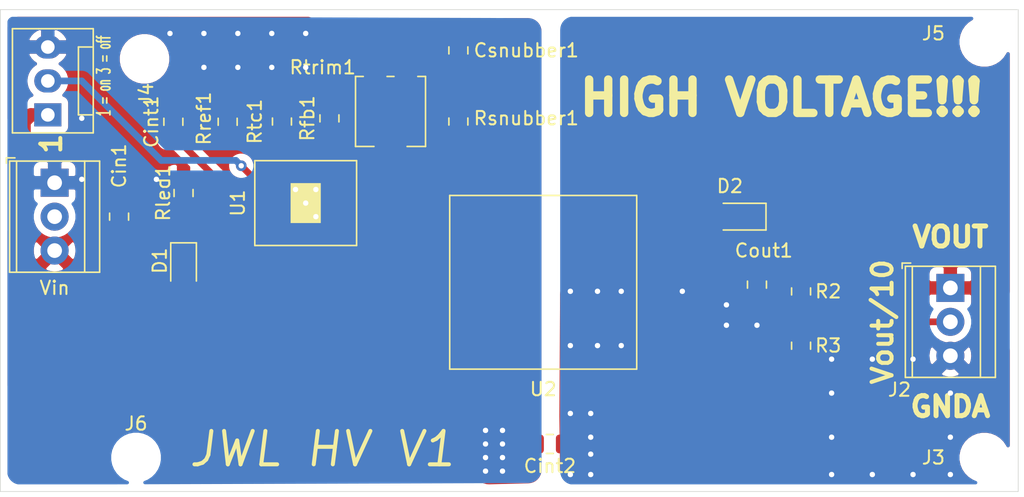
<source format=kicad_pcb>
(kicad_pcb (version 20171130) (host pcbnew "(5.1.4)-1")

  (general
    (thickness 1.6)
    (drawings 16)
    (tracks 101)
    (zones 0)
    (modules 24)
    (nets 28)
  )

  (page A4)
  (layers
    (0 F.Cu signal)
    (31 B.Cu signal)
    (32 B.Adhes user hide)
    (33 F.Adhes user hide)
    (34 B.Paste user)
    (35 F.Paste user hide)
    (36 B.SilkS user)
    (37 F.SilkS user)
    (38 B.Mask user)
    (39 F.Mask user hide)
    (40 Dwgs.User user hide)
    (41 Cmts.User user hide)
    (42 Eco1.User user hide)
    (43 Eco2.User user hide)
    (44 Edge.Cuts user)
    (45 Margin user)
    (46 B.CrtYd user)
    (47 F.CrtYd user)
    (48 B.Fab user)
    (49 F.Fab user hide)
  )

  (setup
    (last_trace_width 0.25)
    (user_trace_width 0.5)
    (user_trace_width 0.75)
    (user_trace_width 1)
    (user_trace_width 1.25)
    (trace_clearance 0.2)
    (zone_clearance 0.508)
    (zone_45_only no)
    (trace_min 0.2)
    (via_size 0.8)
    (via_drill 0.4)
    (via_min_size 0.4)
    (via_min_drill 0.3)
    (uvia_size 0.3)
    (uvia_drill 0.1)
    (uvias_allowed no)
    (uvia_min_size 0.2)
    (uvia_min_drill 0.1)
    (edge_width 0.05)
    (segment_width 0.2)
    (pcb_text_width 0.3)
    (pcb_text_size 1.5 1.5)
    (mod_edge_width 0.12)
    (mod_text_size 1 1)
    (mod_text_width 0.15)
    (pad_size 2.99 2.26)
    (pad_drill 0)
    (pad_to_mask_clearance 0.051)
    (solder_mask_min_width 0.25)
    (aux_axis_origin 0 0)
    (visible_elements 7FFFF7FF)
    (pcbplotparams
      (layerselection 0x010fc_ffffffff)
      (usegerberextensions false)
      (usegerberattributes false)
      (usegerberadvancedattributes false)
      (creategerberjobfile false)
      (excludeedgelayer true)
      (linewidth 0.100000)
      (plotframeref false)
      (viasonmask false)
      (mode 1)
      (useauxorigin false)
      (hpglpennumber 1)
      (hpglpenspeed 20)
      (hpglpendiameter 15.000000)
      (psnegative false)
      (psa4output false)
      (plotreference true)
      (plotvalue true)
      (plotinvisibletext false)
      (padsonsilk false)
      (subtractmaskfromsilk false)
      (outputformat 1)
      (mirror false)
      (drillshape 1)
      (scaleselection 1)
      (outputdirectory ""))
  )

  (net 0 "")
  (net 1 GND)
  (net 2 "Net-(Cint1-Pad1)")
  (net 3 "Net-(Csnubber1-Pad2)")
  (net 4 "Net-(D1-Pad1)")
  (net 5 "Net-(J1-Pad2)")
  (net 6 "Net-(J2-Pad2)")
  (net 7 "Net-(J_enable1-Pad2)")
  (net 8 "Net-(Rfb1-Pad1)")
  (net 9 "Net-(Rfb1-Pad2)")
  (net 10 "Net-(Rref1-Pad2)")
  (net 11 "Net-(Rtc1-Pad1)")
  (net 12 "Net-(Rtrim1-Pad3)")
  (net 13 "Net-(U2-Pad1)")
  (net 14 "Net-(U2-Pad2)")
  (net 15 "Net-(U2-Pad4)")
  (net 16 "Net-(U2-Pad6)")
  (net 17 "Net-(U2-Pad9)")
  (net 18 "Net-(U2-Pad10)")
  (net 19 /Vin)
  (net 20 /Vout)
  (net 21 /SW)
  (net 22 GNDA)
  (net 23 "Net-(D2-Pad2)")
  (net 24 "Net-(J3-Pad1)")
  (net 25 "Net-(J4-Pad1)")
  (net 26 "Net-(J5-Pad1)")
  (net 27 "Net-(J6-Pad1)")

  (net_class Default "This is the default net class."
    (clearance 0.2)
    (trace_width 0.25)
    (via_dia 0.8)
    (via_drill 0.4)
    (uvia_dia 0.3)
    (uvia_drill 0.1)
    (add_net /SW)
    (add_net /Vin)
    (add_net /Vout)
    (add_net GND)
    (add_net GNDA)
    (add_net "Net-(Cint1-Pad1)")
    (add_net "Net-(Csnubber1-Pad2)")
    (add_net "Net-(D1-Pad1)")
    (add_net "Net-(D2-Pad2)")
    (add_net "Net-(J1-Pad2)")
    (add_net "Net-(J2-Pad2)")
    (add_net "Net-(J3-Pad1)")
    (add_net "Net-(J4-Pad1)")
    (add_net "Net-(J5-Pad1)")
    (add_net "Net-(J6-Pad1)")
    (add_net "Net-(J_enable1-Pad2)")
    (add_net "Net-(Rfb1-Pad1)")
    (add_net "Net-(Rfb1-Pad2)")
    (add_net "Net-(Rref1-Pad2)")
    (add_net "Net-(Rtc1-Pad1)")
    (add_net "Net-(Rtrim1-Pad3)")
    (add_net "Net-(U2-Pad1)")
    (add_net "Net-(U2-Pad10)")
    (add_net "Net-(U2-Pad2)")
    (add_net "Net-(U2-Pad4)")
    (add_net "Net-(U2-Pad6)")
    (add_net "Net-(U2-Pad9)")
  )

  (net_class VIN ""
    (clearance 0.2)
    (trace_width 0.5)
    (via_dia 0.8)
    (via_drill 0.4)
    (uvia_dia 0.3)
    (uvia_drill 0.1)
  )

  (module Capacitor_SMD:C_0805_2012Metric_Pad1.15x1.40mm_HandSolder (layer F.Cu) (tedit 5B36C52B) (tstamp 5E068414)
    (at 142.739 113.284 180)
    (descr "Capacitor SMD 0805 (2012 Metric), square (rectangular) end terminal, IPC_7351 nominal with elongated pad for handsoldering. (Body size source: https://docs.google.com/spreadsheets/d/1BsfQQcO9C6DZCsRaXUlFlo91Tg2WpOkGARC1WS5S8t0/edit?usp=sharing), generated with kicad-footprint-generator")
    (tags "capacitor handsolder")
    (path /5E0484D1)
    (attr smd)
    (fp_text reference Cint2 (at 0 -1.65) (layer F.SilkS)
      (effects (font (size 1 1) (thickness 0.15)))
    )
    (fp_text value 4.7n (at 0 1.65) (layer F.Fab)
      (effects (font (size 1 1) (thickness 0.15)))
    )
    (fp_text user %R (at 0 0) (layer F.Fab)
      (effects (font (size 0.5 0.5) (thickness 0.08)))
    )
    (fp_line (start 1.85 0.95) (end -1.85 0.95) (layer F.CrtYd) (width 0.05))
    (fp_line (start 1.85 -0.95) (end 1.85 0.95) (layer F.CrtYd) (width 0.05))
    (fp_line (start -1.85 -0.95) (end 1.85 -0.95) (layer F.CrtYd) (width 0.05))
    (fp_line (start -1.85 0.95) (end -1.85 -0.95) (layer F.CrtYd) (width 0.05))
    (fp_line (start -0.261252 0.71) (end 0.261252 0.71) (layer F.SilkS) (width 0.12))
    (fp_line (start -0.261252 -0.71) (end 0.261252 -0.71) (layer F.SilkS) (width 0.12))
    (fp_line (start 1 0.6) (end -1 0.6) (layer F.Fab) (width 0.1))
    (fp_line (start 1 -0.6) (end 1 0.6) (layer F.Fab) (width 0.1))
    (fp_line (start -1 -0.6) (end 1 -0.6) (layer F.Fab) (width 0.1))
    (fp_line (start -1 0.6) (end -1 -0.6) (layer F.Fab) (width 0.1))
    (pad 2 smd roundrect (at 1.025 0 180) (size 1.15 1.4) (layers F.Cu F.Paste F.Mask) (roundrect_rratio 0.217391)
      (net 1 GND))
    (pad 1 smd roundrect (at -1.025 0 180) (size 1.15 1.4) (layers F.Cu F.Paste F.Mask) (roundrect_rratio 0.217391)
      (net 22 GNDA))
    (model ${KISYS3DMOD}/Capacitor_SMD.3dshapes/C_0805_2012Metric.wrl
      (at (xyz 0 0 0))
      (scale (xyz 1 1 1))
      (rotate (xyz 0 0 0))
    )
  )

  (module Capacitor_SMD:C_0805_2012Metric_Pad1.15x1.40mm_HandSolder (layer F.Cu) (tedit 5B36C52B) (tstamp 5DF0E642)
    (at 110.49 96.266 90)
    (descr "Capacitor SMD 0805 (2012 Metric), square (rectangular) end terminal, IPC_7351 nominal with elongated pad for handsoldering. (Body size source: https://docs.google.com/spreadsheets/d/1BsfQQcO9C6DZCsRaXUlFlo91Tg2WpOkGARC1WS5S8t0/edit?usp=sharing), generated with kicad-footprint-generator")
    (tags "capacitor handsolder")
    (path /5DF0F617)
    (attr smd)
    (fp_text reference Cin1 (at 3.801 0 90) (layer F.SilkS)
      (effects (font (size 1 1) (thickness 0.15)))
    )
    (fp_text value 10u (at -3.302 0 90) (layer F.Fab)
      (effects (font (size 1 1) (thickness 0.15)))
    )
    (fp_text user %R (at 0 0 90) (layer F.Fab)
      (effects (font (size 0.5 0.5) (thickness 0.08)))
    )
    (fp_line (start 1.85 0.95) (end -1.85 0.95) (layer F.CrtYd) (width 0.05))
    (fp_line (start 1.85 -0.95) (end 1.85 0.95) (layer F.CrtYd) (width 0.05))
    (fp_line (start -1.85 -0.95) (end 1.85 -0.95) (layer F.CrtYd) (width 0.05))
    (fp_line (start -1.85 0.95) (end -1.85 -0.95) (layer F.CrtYd) (width 0.05))
    (fp_line (start -0.261252 0.71) (end 0.261252 0.71) (layer F.SilkS) (width 0.12))
    (fp_line (start -0.261252 -0.71) (end 0.261252 -0.71) (layer F.SilkS) (width 0.12))
    (fp_line (start 1 0.6) (end -1 0.6) (layer F.Fab) (width 0.1))
    (fp_line (start 1 -0.6) (end 1 0.6) (layer F.Fab) (width 0.1))
    (fp_line (start -1 -0.6) (end 1 -0.6) (layer F.Fab) (width 0.1))
    (fp_line (start -1 0.6) (end -1 -0.6) (layer F.Fab) (width 0.1))
    (pad 2 smd roundrect (at 1.025 0 90) (size 1.15 1.4) (layers F.Cu F.Paste F.Mask) (roundrect_rratio 0.217391)
      (net 1 GND))
    (pad 1 smd roundrect (at -1.025 0 90) (size 1.15 1.4) (layers F.Cu F.Paste F.Mask) (roundrect_rratio 0.217391)
      (net 19 /Vin))
    (model ${KISYS3DMOD}/Capacitor_SMD.3dshapes/C_0805_2012Metric.wrl
      (at (xyz 0 0 0))
      (scale (xyz 1 1 1))
      (rotate (xyz 0 0 0))
    )
  )

  (module Capacitor_SMD:C_0805_2012Metric_Pad1.15x1.40mm_HandSolder (layer F.Cu) (tedit 5B36C52B) (tstamp 5E06B1EF)
    (at 114.554 89.163 90)
    (descr "Capacitor SMD 0805 (2012 Metric), square (rectangular) end terminal, IPC_7351 nominal with elongated pad for handsoldering. (Body size source: https://docs.google.com/spreadsheets/d/1BsfQQcO9C6DZCsRaXUlFlo91Tg2WpOkGARC1WS5S8t0/edit?usp=sharing), generated with kicad-footprint-generator")
    (tags "capacitor handsolder")
    (path /5DF18410)
    (attr smd)
    (fp_text reference Cint1 (at 0 -1.65 90) (layer F.SilkS)
      (effects (font (size 1 1) (thickness 0.15)))
    )
    (fp_text value 1u (at 2.803 0 90) (layer F.Fab)
      (effects (font (size 1 1) (thickness 0.15)))
    )
    (fp_text user %R (at 0 0 180) (layer F.Fab)
      (effects (font (size 0.5 0.5) (thickness 0.08)))
    )
    (fp_line (start 1.85 0.95) (end -1.85 0.95) (layer F.CrtYd) (width 0.05))
    (fp_line (start 1.85 -0.95) (end 1.85 0.95) (layer F.CrtYd) (width 0.05))
    (fp_line (start -1.85 -0.95) (end 1.85 -0.95) (layer F.CrtYd) (width 0.05))
    (fp_line (start -1.85 0.95) (end -1.85 -0.95) (layer F.CrtYd) (width 0.05))
    (fp_line (start -0.261252 0.71) (end 0.261252 0.71) (layer F.SilkS) (width 0.12))
    (fp_line (start -0.261252 -0.71) (end 0.261252 -0.71) (layer F.SilkS) (width 0.12))
    (fp_line (start 1 0.6) (end -1 0.6) (layer F.Fab) (width 0.1))
    (fp_line (start 1 -0.6) (end 1 0.6) (layer F.Fab) (width 0.1))
    (fp_line (start -1 -0.6) (end 1 -0.6) (layer F.Fab) (width 0.1))
    (fp_line (start -1 0.6) (end -1 -0.6) (layer F.Fab) (width 0.1))
    (pad 2 smd roundrect (at 1.025 0 90) (size 1.15 1.4) (layers F.Cu F.Paste F.Mask) (roundrect_rratio 0.217391)
      (net 1 GND))
    (pad 1 smd roundrect (at -1.025 0 90) (size 1.15 1.4) (layers F.Cu F.Paste F.Mask) (roundrect_rratio 0.217391)
      (net 2 "Net-(Cint1-Pad1)"))
    (model ${KISYS3DMOD}/Capacitor_SMD.3dshapes/C_0805_2012Metric.wrl
      (at (xyz 0 0 0))
      (scale (xyz 1 1 1))
      (rotate (xyz 0 0 0))
    )
  )

  (module Capacitor_SMD:C_0805_2012Metric_Pad1.15x1.40mm_HandSolder (layer F.Cu) (tedit 5B36C52B) (tstamp 5DF0E664)
    (at 158.242 101.355 270)
    (descr "Capacitor SMD 0805 (2012 Metric), square (rectangular) end terminal, IPC_7351 nominal with elongated pad for handsoldering. (Body size source: https://docs.google.com/spreadsheets/d/1BsfQQcO9C6DZCsRaXUlFlo91Tg2WpOkGARC1WS5S8t0/edit?usp=sharing), generated with kicad-footprint-generator")
    (tags "capacitor handsolder")
    (path /5DF30A20)
    (attr smd)
    (fp_text reference Cout1 (at -2.549 -0.508) (layer F.SilkS)
      (effects (font (size 1 1) (thickness 0.15)))
    )
    (fp_text value 330n (at 2.531 1.65 90) (layer F.Fab)
      (effects (font (size 1 1) (thickness 0.15)))
    )
    (fp_line (start -1 0.6) (end -1 -0.6) (layer F.Fab) (width 0.1))
    (fp_line (start -1 -0.6) (end 1 -0.6) (layer F.Fab) (width 0.1))
    (fp_line (start 1 -0.6) (end 1 0.6) (layer F.Fab) (width 0.1))
    (fp_line (start 1 0.6) (end -1 0.6) (layer F.Fab) (width 0.1))
    (fp_line (start -0.261252 -0.71) (end 0.261252 -0.71) (layer F.SilkS) (width 0.12))
    (fp_line (start -0.261252 0.71) (end 0.261252 0.71) (layer F.SilkS) (width 0.12))
    (fp_line (start -1.85 0.95) (end -1.85 -0.95) (layer F.CrtYd) (width 0.05))
    (fp_line (start -1.85 -0.95) (end 1.85 -0.95) (layer F.CrtYd) (width 0.05))
    (fp_line (start 1.85 -0.95) (end 1.85 0.95) (layer F.CrtYd) (width 0.05))
    (fp_line (start 1.85 0.95) (end -1.85 0.95) (layer F.CrtYd) (width 0.05))
    (fp_text user %R (at 0 0 90) (layer F.Fab)
      (effects (font (size 0.5 0.5) (thickness 0.08)))
    )
    (pad 1 smd roundrect (at -1.025 0 270) (size 1.15 1.4) (layers F.Cu F.Paste F.Mask) (roundrect_rratio 0.217391)
      (net 20 /Vout))
    (pad 2 smd roundrect (at 1.025 0 270) (size 1.15 1.4) (layers F.Cu F.Paste F.Mask) (roundrect_rratio 0.217391)
      (net 22 GNDA))
    (model ${KISYS3DMOD}/Capacitor_SMD.3dshapes/C_0805_2012Metric.wrl
      (at (xyz 0 0 0))
      (scale (xyz 1 1 1))
      (rotate (xyz 0 0 0))
    )
  )

  (module Capacitor_SMD:C_0805_2012Metric_Pad1.15x1.40mm_HandSolder (layer F.Cu) (tedit 5B36C52B) (tstamp 5DF0E675)
    (at 135.89 83.82 270)
    (descr "Capacitor SMD 0805 (2012 Metric), square (rectangular) end terminal, IPC_7351 nominal with elongated pad for handsoldering. (Body size source: https://docs.google.com/spreadsheets/d/1BsfQQcO9C6DZCsRaXUlFlo91Tg2WpOkGARC1WS5S8t0/edit?usp=sharing), generated with kicad-footprint-generator")
    (tags "capacitor handsolder")
    (path /5DF2DBC8)
    (attr smd)
    (fp_text reference Csnubber1 (at 0 -5.08 180) (layer F.SilkS)
      (effects (font (size 1 1) (thickness 0.15)))
    )
    (fp_text value 200n (at 0 1.65 90) (layer F.Fab)
      (effects (font (size 1 1) (thickness 0.15)))
    )
    (fp_line (start -1 0.6) (end -1 -0.6) (layer F.Fab) (width 0.1))
    (fp_line (start -1 -0.6) (end 1 -0.6) (layer F.Fab) (width 0.1))
    (fp_line (start 1 -0.6) (end 1 0.6) (layer F.Fab) (width 0.1))
    (fp_line (start 1 0.6) (end -1 0.6) (layer F.Fab) (width 0.1))
    (fp_line (start -0.261252 -0.71) (end 0.261252 -0.71) (layer F.SilkS) (width 0.12))
    (fp_line (start -0.261252 0.71) (end 0.261252 0.71) (layer F.SilkS) (width 0.12))
    (fp_line (start -1.85 0.95) (end -1.85 -0.95) (layer F.CrtYd) (width 0.05))
    (fp_line (start -1.85 -0.95) (end 1.85 -0.95) (layer F.CrtYd) (width 0.05))
    (fp_line (start 1.85 -0.95) (end 1.85 0.95) (layer F.CrtYd) (width 0.05))
    (fp_line (start 1.85 0.95) (end -1.85 0.95) (layer F.CrtYd) (width 0.05))
    (fp_text user %R (at 0 0 90) (layer F.Fab)
      (effects (font (size 0.5 0.5) (thickness 0.08)))
    )
    (pad 1 smd roundrect (at -1.025 0 270) (size 1.15 1.4) (layers F.Cu F.Paste F.Mask) (roundrect_rratio 0.217391)
      (net 19 /Vin))
    (pad 2 smd roundrect (at 1.025 0 270) (size 1.15 1.4) (layers F.Cu F.Paste F.Mask) (roundrect_rratio 0.217391)
      (net 3 "Net-(Csnubber1-Pad2)"))
    (model ${KISYS3DMOD}/Capacitor_SMD.3dshapes/C_0805_2012Metric.wrl
      (at (xyz 0 0 0))
      (scale (xyz 1 1 1))
      (rotate (xyz 0 0 0))
    )
  )

  (module Diode_SMD:D_0805_2012Metric_Pad1.15x1.40mm_HandSolder (layer F.Cu) (tedit 5B4B45C8) (tstamp 5DF0E688)
    (at 115.316 100.085 270)
    (descr "Diode SMD 0805 (2012 Metric), square (rectangular) end terminal, IPC_7351 nominal, (Body size source: https://docs.google.com/spreadsheets/d/1BsfQQcO9C6DZCsRaXUlFlo91Tg2WpOkGARC1WS5S8t0/edit?usp=sharing), generated with kicad-footprint-generator")
    (tags "diode handsolder")
    (path /5DF106CF)
    (attr smd)
    (fp_text reference D1 (at -0.517 1.778 90) (layer F.SilkS)
      (effects (font (size 1 1) (thickness 0.15)))
    )
    (fp_text value LED (at 0 1.65 90) (layer F.Fab)
      (effects (font (size 1 1) (thickness 0.15)))
    )
    (fp_line (start 1 -0.6) (end -0.7 -0.6) (layer F.Fab) (width 0.1))
    (fp_line (start -0.7 -0.6) (end -1 -0.3) (layer F.Fab) (width 0.1))
    (fp_line (start -1 -0.3) (end -1 0.6) (layer F.Fab) (width 0.1))
    (fp_line (start -1 0.6) (end 1 0.6) (layer F.Fab) (width 0.1))
    (fp_line (start 1 0.6) (end 1 -0.6) (layer F.Fab) (width 0.1))
    (fp_line (start 1 -0.96) (end -1.86 -0.96) (layer F.SilkS) (width 0.12))
    (fp_line (start -1.86 -0.96) (end -1.86 0.96) (layer F.SilkS) (width 0.12))
    (fp_line (start -1.86 0.96) (end 1 0.96) (layer F.SilkS) (width 0.12))
    (fp_line (start -1.85 0.95) (end -1.85 -0.95) (layer F.CrtYd) (width 0.05))
    (fp_line (start -1.85 -0.95) (end 1.85 -0.95) (layer F.CrtYd) (width 0.05))
    (fp_line (start 1.85 -0.95) (end 1.85 0.95) (layer F.CrtYd) (width 0.05))
    (fp_line (start 1.85 0.95) (end -1.85 0.95) (layer F.CrtYd) (width 0.05))
    (fp_text user %R (at 0 0 90) (layer F.Fab)
      (effects (font (size 0.5 0.5) (thickness 0.08)))
    )
    (pad 1 smd roundrect (at -1.025 0 270) (size 1.15 1.4) (layers F.Cu F.Paste F.Mask) (roundrect_rratio 0.217391)
      (net 4 "Net-(D1-Pad1)"))
    (pad 2 smd roundrect (at 1.025 0 270) (size 1.15 1.4) (layers F.Cu F.Paste F.Mask) (roundrect_rratio 0.217391)
      (net 19 /Vin))
    (model ${KISYS3DMOD}/Diode_SMD.3dshapes/D_0805_2012Metric.wrl
      (at (xyz 0 0 0))
      (scale (xyz 1 1 1))
      (rotate (xyz 0 0 0))
    )
  )

  (module Diode_SMD:D_PowerDI-123 (layer F.Cu) (tedit 588FC24C) (tstamp 5DF0E6A1)
    (at 156.718 96.266 180)
    (descr http://www.diodes.com/_files/datasheets/ds30497.pdf)
    (tags "PowerDI diode vishay")
    (path /5DF30438)
    (attr smd)
    (fp_text reference D2 (at 0.508 2.286) (layer F.SilkS)
      (effects (font (size 1 1) (thickness 0.15)))
    )
    (fp_text value D_Schottky (at -0.254 -2.032 180) (layer F.Fab)
      (effects (font (size 1 1) (thickness 0.15)))
    )
    (fp_text user %R (at 4.826 0 270) (layer F.Fab)
      (effects (font (size 1 1) (thickness 0.15)))
    )
    (fp_line (start 0.3 0) (end 0.7 0) (layer F.Fab) (width 0.1))
    (fp_line (start 0.3 -0.5) (end -0.5 0) (layer F.Fab) (width 0.1))
    (fp_line (start 0.3 0.5) (end 0.3 -0.5) (layer F.Fab) (width 0.1))
    (fp_line (start -0.5 0) (end 0.3 0.5) (layer F.Fab) (width 0.1))
    (fp_line (start -0.5 0) (end -0.5 0.5) (layer F.Fab) (width 0.1))
    (fp_line (start -0.5 0) (end -0.5 -0.5) (layer F.Fab) (width 0.1))
    (fp_line (start -0.8 0) (end -0.5 0) (layer F.Fab) (width 0.1))
    (fp_line (start -1.4 0.9) (end -1.4 -0.9) (layer F.Fab) (width 0.1))
    (fp_line (start 1.4 0.9) (end -1.4 0.9) (layer F.Fab) (width 0.1))
    (fp_line (start 1.4 -0.9) (end 1.4 0.9) (layer F.Fab) (width 0.1))
    (fp_line (start -1.4 -0.9) (end 1.4 -0.9) (layer F.Fab) (width 0.1))
    (fp_line (start 2.5 1.3) (end -2.5 1.3) (layer F.CrtYd) (width 0.05))
    (fp_line (start 2.5 -1.3) (end 2.5 1.3) (layer F.CrtYd) (width 0.05))
    (fp_line (start -2.5 -1.3) (end 2.5 -1.3) (layer F.CrtYd) (width 0.05))
    (fp_line (start -2.5 1.3) (end -2.5 -1.3) (layer F.CrtYd) (width 0.05))
    (fp_line (start 1 -1) (end -2.2 -1) (layer F.SilkS) (width 0.12))
    (fp_line (start -2.2 1) (end 1 1) (layer F.SilkS) (width 0.12))
    (fp_line (start -2.2 1) (end -2.2 -1) (layer F.SilkS) (width 0.12))
    (pad 1 smd rect (at -0.85 0) (size 2.4 1.5) (layers F.Cu F.Paste F.Mask)
      (net 20 /Vout))
    (pad 2 smd rect (at 1.525 0) (size 1.05 1.5) (layers F.Cu F.Paste F.Mask)
      (net 23 "Net-(D2-Pad2)"))
    (model ${KISYS3DMOD}/Diode_SMD.3dshapes/D_PowerDI-123.wrl
      (at (xyz 0 0 0))
      (scale (xyz 1 1 1))
      (rotate (xyz 0 0 0))
    )
  )

  (module TerminalBlock_TE-Connectivity:TerminalBlock_TE_282834-3_1x03_P2.54mm_Horizontal (layer F.Cu) (tedit 5B1EC513) (tstamp 5DF0E6C5)
    (at 105.664 93.726 270)
    (descr "Terminal Block TE 282834-3, 3 pins, pitch 2.54mm, size 8.08x6.5mm^2, drill diamater 1.1mm, pad diameter 2.1mm, see http://www.te.com/commerce/DocumentDelivery/DDEController?Action=showdoc&DocId=Customer+Drawing%7F282834%7FC1%7Fpdf%7FEnglish%7FENG_CD_282834_C1.pdf, script-generated using https://github.com/pointhi/kicad-footprint-generator/scripts/TerminalBlock_TE-Connectivity")
    (tags "THT Terminal Block TE 282834-3 pitch 2.54mm size 8.08x6.5mm^2 drill 1.1mm pad 2.1mm")
    (path /5DF0E326)
    (fp_text reference Vin (at 7.874 0) (layer F.SilkS)
      (effects (font (size 1 1) (thickness 0.15)))
    )
    (fp_text value Conn_01x03_Female (at 2.54 4.37 90) (layer F.Fab)
      (effects (font (size 1 1) (thickness 0.15)))
    )
    (fp_text user %R (at 2.54 2 90) (layer F.Fab)
      (effects (font (size 1 1) (thickness 0.15)))
    )
    (fp_line (start 7.08 -3.75) (end -2 -3.75) (layer F.CrtYd) (width 0.05))
    (fp_line (start 7.08 3.75) (end 7.08 -3.75) (layer F.CrtYd) (width 0.05))
    (fp_line (start -2 3.75) (end 7.08 3.75) (layer F.CrtYd) (width 0.05))
    (fp_line (start -2 -3.75) (end -2 3.75) (layer F.CrtYd) (width 0.05))
    (fp_line (start -1.86 3.61) (end -1.46 3.61) (layer F.SilkS) (width 0.12))
    (fp_line (start -1.86 2.97) (end -1.86 3.61) (layer F.SilkS) (width 0.12))
    (fp_line (start 5.781 -0.835) (end 4.246 0.7) (layer F.Fab) (width 0.1))
    (fp_line (start 5.915 -0.7) (end 4.38 0.835) (layer F.Fab) (width 0.1))
    (fp_line (start 3.241 -0.835) (end 1.706 0.7) (layer F.Fab) (width 0.1))
    (fp_line (start 3.375 -0.7) (end 1.84 0.835) (layer F.Fab) (width 0.1))
    (fp_line (start 0.701 -0.835) (end -0.835 0.7) (layer F.Fab) (width 0.1))
    (fp_line (start 0.835 -0.7) (end -0.701 0.835) (layer F.Fab) (width 0.1))
    (fp_line (start 6.7 -3.37) (end 6.7 3.37) (layer F.SilkS) (width 0.12))
    (fp_line (start -1.62 -3.37) (end -1.62 3.37) (layer F.SilkS) (width 0.12))
    (fp_line (start -1.62 3.37) (end 6.7 3.37) (layer F.SilkS) (width 0.12))
    (fp_line (start -1.62 -3.37) (end 6.7 -3.37) (layer F.SilkS) (width 0.12))
    (fp_line (start -1.62 -2.25) (end 6.7 -2.25) (layer F.SilkS) (width 0.12))
    (fp_line (start -1.5 -2.25) (end 6.58 -2.25) (layer F.Fab) (width 0.1))
    (fp_line (start -1.62 2.85) (end 6.7 2.85) (layer F.SilkS) (width 0.12))
    (fp_line (start -1.5 2.85) (end 6.58 2.85) (layer F.Fab) (width 0.1))
    (fp_line (start -1.5 2.85) (end -1.5 -3.25) (layer F.Fab) (width 0.1))
    (fp_line (start -1.1 3.25) (end -1.5 2.85) (layer F.Fab) (width 0.1))
    (fp_line (start 6.58 3.25) (end -1.1 3.25) (layer F.Fab) (width 0.1))
    (fp_line (start 6.58 -3.25) (end 6.58 3.25) (layer F.Fab) (width 0.1))
    (fp_line (start -1.5 -3.25) (end 6.58 -3.25) (layer F.Fab) (width 0.1))
    (fp_circle (center 5.08 0) (end 6.18 0) (layer F.Fab) (width 0.1))
    (fp_circle (center 2.54 0) (end 3.64 0) (layer F.Fab) (width 0.1))
    (fp_circle (center 0 0) (end 1.1 0) (layer F.Fab) (width 0.1))
    (pad 3 thru_hole circle (at 5.08 0 270) (size 2.1 2.1) (drill 1.1) (layers *.Cu *.Mask)
      (net 19 /Vin))
    (pad 2 thru_hole circle (at 2.54 0 270) (size 2.1 2.1) (drill 1.1) (layers *.Cu *.Mask)
      (net 5 "Net-(J1-Pad2)"))
    (pad 1 thru_hole rect (at 0 0 270) (size 2.1 2.1) (drill 1.1) (layers *.Cu *.Mask)
      (net 1 GND))
    (model ${KISYS3DMOD}/TerminalBlock_TE-Connectivity.3dshapes/TerminalBlock_TE_282834-3_1x03_P2.54mm_Horizontal.wrl
      (at (xyz 0 0 0))
      (scale (xyz 1 1 1))
      (rotate (xyz 0 0 0))
    )
  )

  (module TerminalBlock_TE-Connectivity:TerminalBlock_TE_282834-3_1x03_P2.54mm_Horizontal (layer F.Cu) (tedit 5B1EC513) (tstamp 5DF0E6E9)
    (at 172.72 101.6 270)
    (descr "Terminal Block TE 282834-3, 3 pins, pitch 2.54mm, size 8.08x6.5mm^2, drill diamater 1.1mm, pad diameter 2.1mm, see http://www.te.com/commerce/DocumentDelivery/DDEController?Action=showdoc&DocId=Customer+Drawing%7F282834%7FC1%7Fpdf%7FEnglish%7FENG_CD_282834_C1.pdf, script-generated using https://github.com/pointhi/kicad-footprint-generator/scripts/TerminalBlock_TE-Connectivity")
    (tags "THT Terminal Block TE 282834-3 pitch 2.54mm size 8.08x6.5mm^2 drill 1.1mm pad 2.1mm")
    (path /5DF31E78)
    (fp_text reference J2 (at 7.62 3.81 180) (layer F.SilkS)
      (effects (font (size 1 1) (thickness 0.15)))
    )
    (fp_text value Conn_01x03_Female (at 2.54 4.37 90) (layer F.Fab)
      (effects (font (size 1 1) (thickness 0.15)))
    )
    (fp_circle (center 0 0) (end 1.1 0) (layer F.Fab) (width 0.1))
    (fp_circle (center 2.54 0) (end 3.64 0) (layer F.Fab) (width 0.1))
    (fp_circle (center 5.08 0) (end 6.18 0) (layer F.Fab) (width 0.1))
    (fp_line (start -1.5 -3.25) (end 6.58 -3.25) (layer F.Fab) (width 0.1))
    (fp_line (start 6.58 -3.25) (end 6.58 3.25) (layer F.Fab) (width 0.1))
    (fp_line (start 6.58 3.25) (end -1.1 3.25) (layer F.Fab) (width 0.1))
    (fp_line (start -1.1 3.25) (end -1.5 2.85) (layer F.Fab) (width 0.1))
    (fp_line (start -1.5 2.85) (end -1.5 -3.25) (layer F.Fab) (width 0.1))
    (fp_line (start -1.5 2.85) (end 6.58 2.85) (layer F.Fab) (width 0.1))
    (fp_line (start -1.62 2.85) (end 6.7 2.85) (layer F.SilkS) (width 0.12))
    (fp_line (start -1.5 -2.25) (end 6.58 -2.25) (layer F.Fab) (width 0.1))
    (fp_line (start -1.62 -2.25) (end 6.7 -2.25) (layer F.SilkS) (width 0.12))
    (fp_line (start -1.62 -3.37) (end 6.7 -3.37) (layer F.SilkS) (width 0.12))
    (fp_line (start -1.62 3.37) (end 6.7 3.37) (layer F.SilkS) (width 0.12))
    (fp_line (start -1.62 -3.37) (end -1.62 3.37) (layer F.SilkS) (width 0.12))
    (fp_line (start 6.7 -3.37) (end 6.7 3.37) (layer F.SilkS) (width 0.12))
    (fp_line (start 0.835 -0.7) (end -0.701 0.835) (layer F.Fab) (width 0.1))
    (fp_line (start 0.701 -0.835) (end -0.835 0.7) (layer F.Fab) (width 0.1))
    (fp_line (start 3.375 -0.7) (end 1.84 0.835) (layer F.Fab) (width 0.1))
    (fp_line (start 3.241 -0.835) (end 1.706 0.7) (layer F.Fab) (width 0.1))
    (fp_line (start 5.915 -0.7) (end 4.38 0.835) (layer F.Fab) (width 0.1))
    (fp_line (start 5.781 -0.835) (end 4.246 0.7) (layer F.Fab) (width 0.1))
    (fp_line (start -1.86 2.97) (end -1.86 3.61) (layer F.SilkS) (width 0.12))
    (fp_line (start -1.86 3.61) (end -1.46 3.61) (layer F.SilkS) (width 0.12))
    (fp_line (start -2 -3.75) (end -2 3.75) (layer F.CrtYd) (width 0.05))
    (fp_line (start -2 3.75) (end 7.08 3.75) (layer F.CrtYd) (width 0.05))
    (fp_line (start 7.08 3.75) (end 7.08 -3.75) (layer F.CrtYd) (width 0.05))
    (fp_line (start 7.08 -3.75) (end -2 -3.75) (layer F.CrtYd) (width 0.05))
    (fp_text user %R (at 2.54 2 90) (layer F.Fab)
      (effects (font (size 1 1) (thickness 0.15)))
    )
    (pad 1 thru_hole rect (at 0 0 270) (size 2.1 2.1) (drill 1.1) (layers *.Cu *.Mask)
      (net 20 /Vout))
    (pad 2 thru_hole circle (at 2.54 0 270) (size 2.1 2.1) (drill 1.1) (layers *.Cu *.Mask)
      (net 6 "Net-(J2-Pad2)"))
    (pad 3 thru_hole circle (at 5.08 0 270) (size 2.1 2.1) (drill 1.1) (layers *.Cu *.Mask)
      (net 22 GNDA))
    (model ${KISYS3DMOD}/TerminalBlock_TE-Connectivity.3dshapes/TerminalBlock_TE_282834-3_1x03_P2.54mm_Horizontal.wrl
      (at (xyz 0 0 0))
      (scale (xyz 1 1 1))
      (rotate (xyz 0 0 0))
    )
  )

  (module Connector:FanPinHeader_1x03_P2.54mm_Vertical (layer F.Cu) (tedit 5A19DCDF) (tstamp 5DF0EFD3)
    (at 105.156 88.646 90)
    (descr "3-pin CPU fan Through hole pin header, see http://www.formfactors.org/developer%5Cspecs%5Crev1_2_public.pdf")
    (tags "pin header 3-pin CPU fan")
    (path /5DF157F0)
    (fp_text reference "1 = on 3 = off" (at 2.921 4.191 270) (layer F.SilkS)
      (effects (font (size 1 0.5) (thickness 0.125)))
    )
    (fp_text value EN_Header (at 2.55 4.5 90) (layer F.Fab)
      (effects (font (size 1 1) (thickness 0.15)))
    )
    (fp_text user %R (at 2.45 1.8 90) (layer F.Fab)
      (effects (font (size 1 1) (thickness 0.15)))
    )
    (fp_line (start -1.35 3.4) (end -1.35 -2.65) (layer F.SilkS) (width 0.12))
    (fp_line (start -1.35 -2.65) (end 6.45 -2.65) (layer F.SilkS) (width 0.12))
    (fp_line (start 6.45 -2.65) (end 6.45 3.4) (layer F.SilkS) (width 0.12))
    (fp_line (start 6.45 3.4) (end -1.35 3.4) (layer F.SilkS) (width 0.12))
    (fp_line (start 5.05 3.3) (end 5.05 2.3) (layer F.Fab) (width 0.1))
    (fp_line (start 5.05 2.3) (end 0 2.3) (layer F.Fab) (width 0.1))
    (fp_line (start 0 2.3) (end 0 3.3) (layer F.Fab) (width 0.1))
    (fp_line (start -1.25 3.3) (end -1.25 -2.55) (layer F.Fab) (width 0.1))
    (fp_line (start -1.25 -2.55) (end 6.35 -2.55) (layer F.Fab) (width 0.1))
    (fp_line (start 6.35 -2.55) (end 6.35 3.3) (layer F.Fab) (width 0.1))
    (fp_line (start 6.35 3.3) (end -1.25 3.3) (layer F.Fab) (width 0.1))
    (fp_line (start 0 3.3) (end 0 2.29) (layer F.SilkS) (width 0.12))
    (fp_line (start 0 2.29) (end 5.08 2.29) (layer F.SilkS) (width 0.12))
    (fp_line (start 5.08 2.29) (end 5.08 3.3) (layer F.SilkS) (width 0.12))
    (fp_line (start -1.75 3.8) (end -1.75 -3.05) (layer F.CrtYd) (width 0.05))
    (fp_line (start -1.75 3.8) (end 6.85 3.8) (layer F.CrtYd) (width 0.05))
    (fp_line (start 6.85 -3.05) (end -1.75 -3.05) (layer F.CrtYd) (width 0.05))
    (fp_line (start 6.85 -3.05) (end 6.85 3.8) (layer F.CrtYd) (width 0.05))
    (pad 1 thru_hole rect (at 0 0 180) (size 2.03 1.73) (drill 1.02) (layers *.Cu *.Mask)
      (net 19 /Vin))
    (pad 2 thru_hole oval (at 2.54 0 180) (size 2.03 1.73) (drill 1.02) (layers *.Cu *.Mask)
      (net 7 "Net-(J_enable1-Pad2)"))
    (pad 3 thru_hole oval (at 5.08 0 180) (size 2.03 1.73) (drill 1.02) (layers *.Cu *.Mask)
      (net 1 GND))
    (model ${KISYS3DMOD}/Connector.3dshapes/FanPinHeader_1x03_P2.54mm_Vertical.wrl
      (at (xyz 0 0 0))
      (scale (xyz 1 1 1))
      (rotate (xyz 0 0 0))
    )
  )

  (module Resistor_SMD:R_0805_2012Metric_Pad1.15x1.40mm_HandSolder (layer F.Cu) (tedit 5B36C52B) (tstamp 5DF0E714)
    (at 161.544 101.863 270)
    (descr "Resistor SMD 0805 (2012 Metric), square (rectangular) end terminal, IPC_7351 nominal with elongated pad for handsoldering. (Body size source: https://docs.google.com/spreadsheets/d/1BsfQQcO9C6DZCsRaXUlFlo91Tg2WpOkGARC1WS5S8t0/edit?usp=sharing), generated with kicad-footprint-generator")
    (tags "resistor handsolder")
    (path /5DF31036)
    (attr smd)
    (fp_text reference R2 (at 0 -2.032 180) (layer F.SilkS)
      (effects (font (size 1 1) (thickness 0.15)))
    )
    (fp_text value 190K (at 0 1.65 90) (layer F.Fab)
      (effects (font (size 1 1) (thickness 0.15)))
    )
    (fp_line (start -1 0.6) (end -1 -0.6) (layer F.Fab) (width 0.1))
    (fp_line (start -1 -0.6) (end 1 -0.6) (layer F.Fab) (width 0.1))
    (fp_line (start 1 -0.6) (end 1 0.6) (layer F.Fab) (width 0.1))
    (fp_line (start 1 0.6) (end -1 0.6) (layer F.Fab) (width 0.1))
    (fp_line (start -0.261252 -0.71) (end 0.261252 -0.71) (layer F.SilkS) (width 0.12))
    (fp_line (start -0.261252 0.71) (end 0.261252 0.71) (layer F.SilkS) (width 0.12))
    (fp_line (start -1.85 0.95) (end -1.85 -0.95) (layer F.CrtYd) (width 0.05))
    (fp_line (start -1.85 -0.95) (end 1.85 -0.95) (layer F.CrtYd) (width 0.05))
    (fp_line (start 1.85 -0.95) (end 1.85 0.95) (layer F.CrtYd) (width 0.05))
    (fp_line (start 1.85 0.95) (end -1.85 0.95) (layer F.CrtYd) (width 0.05))
    (fp_text user %R (at 0 0 90) (layer F.Fab)
      (effects (font (size 0.5 0.5) (thickness 0.08)))
    )
    (pad 1 smd roundrect (at -1.025 0 270) (size 1.15 1.4) (layers F.Cu F.Paste F.Mask) (roundrect_rratio 0.217391)
      (net 20 /Vout))
    (pad 2 smd roundrect (at 1.025 0 270) (size 1.15 1.4) (layers F.Cu F.Paste F.Mask) (roundrect_rratio 0.217391)
      (net 6 "Net-(J2-Pad2)"))
    (model ${KISYS3DMOD}/Resistor_SMD.3dshapes/R_0805_2012Metric.wrl
      (at (xyz 0 0 0))
      (scale (xyz 1 1 1))
      (rotate (xyz 0 0 0))
    )
  )

  (module Resistor_SMD:R_0805_2012Metric_Pad1.15x1.40mm_HandSolder (layer F.Cu) (tedit 5B36C52B) (tstamp 5DF0E725)
    (at 161.544 105.927 270)
    (descr "Resistor SMD 0805 (2012 Metric), square (rectangular) end terminal, IPC_7351 nominal with elongated pad for handsoldering. (Body size source: https://docs.google.com/spreadsheets/d/1BsfQQcO9C6DZCsRaXUlFlo91Tg2WpOkGARC1WS5S8t0/edit?usp=sharing), generated with kicad-footprint-generator")
    (tags "resistor handsolder")
    (path /5DF31A2A)
    (attr smd)
    (fp_text reference R3 (at -0.009 -2.032 180) (layer F.SilkS)
      (effects (font (size 1 1) (thickness 0.15)))
    )
    (fp_text value 10K (at 0 1.65 90) (layer F.Fab)
      (effects (font (size 1 1) (thickness 0.15)))
    )
    (fp_line (start -1 0.6) (end -1 -0.6) (layer F.Fab) (width 0.1))
    (fp_line (start -1 -0.6) (end 1 -0.6) (layer F.Fab) (width 0.1))
    (fp_line (start 1 -0.6) (end 1 0.6) (layer F.Fab) (width 0.1))
    (fp_line (start 1 0.6) (end -1 0.6) (layer F.Fab) (width 0.1))
    (fp_line (start -0.261252 -0.71) (end 0.261252 -0.71) (layer F.SilkS) (width 0.12))
    (fp_line (start -0.261252 0.71) (end 0.261252 0.71) (layer F.SilkS) (width 0.12))
    (fp_line (start -1.85 0.95) (end -1.85 -0.95) (layer F.CrtYd) (width 0.05))
    (fp_line (start -1.85 -0.95) (end 1.85 -0.95) (layer F.CrtYd) (width 0.05))
    (fp_line (start 1.85 -0.95) (end 1.85 0.95) (layer F.CrtYd) (width 0.05))
    (fp_line (start 1.85 0.95) (end -1.85 0.95) (layer F.CrtYd) (width 0.05))
    (fp_text user %R (at 0 0 90) (layer F.Fab)
      (effects (font (size 0.5 0.5) (thickness 0.08)))
    )
    (pad 1 smd roundrect (at -1.025 0 270) (size 1.15 1.4) (layers F.Cu F.Paste F.Mask) (roundrect_rratio 0.217391)
      (net 6 "Net-(J2-Pad2)"))
    (pad 2 smd roundrect (at 1.025 0 270) (size 1.15 1.4) (layers F.Cu F.Paste F.Mask) (roundrect_rratio 0.217391)
      (net 22 GNDA))
    (model ${KISYS3DMOD}/Resistor_SMD.3dshapes/R_0805_2012Metric.wrl
      (at (xyz 0 0 0))
      (scale (xyz 1 1 1))
      (rotate (xyz 0 0 0))
    )
  )

  (module Resistor_SMD:R_0805_2012Metric_Pad1.15x1.40mm_HandSolder (layer F.Cu) (tedit 5B36C52B) (tstamp 5DF0E736)
    (at 126.238 88.909 90)
    (descr "Resistor SMD 0805 (2012 Metric), square (rectangular) end terminal, IPC_7351 nominal with elongated pad for handsoldering. (Body size source: https://docs.google.com/spreadsheets/d/1BsfQQcO9C6DZCsRaXUlFlo91Tg2WpOkGARC1WS5S8t0/edit?usp=sharing), generated with kicad-footprint-generator")
    (tags "resistor handsolder")
    (path /5DF24B88)
    (attr smd)
    (fp_text reference Rfb1 (at 0 -1.65 90) (layer F.SilkS)
      (effects (font (size 1 1) (thickness 0.15)))
    )
    (fp_text value 200K (at 4.309 -0.254 90) (layer F.Fab)
      (effects (font (size 1 1) (thickness 0.15)))
    )
    (fp_line (start -1 0.6) (end -1 -0.6) (layer F.Fab) (width 0.1))
    (fp_line (start -1 -0.6) (end 1 -0.6) (layer F.Fab) (width 0.1))
    (fp_line (start 1 -0.6) (end 1 0.6) (layer F.Fab) (width 0.1))
    (fp_line (start 1 0.6) (end -1 0.6) (layer F.Fab) (width 0.1))
    (fp_line (start -0.261252 -0.71) (end 0.261252 -0.71) (layer F.SilkS) (width 0.12))
    (fp_line (start -0.261252 0.71) (end 0.261252 0.71) (layer F.SilkS) (width 0.12))
    (fp_line (start -1.85 0.95) (end -1.85 -0.95) (layer F.CrtYd) (width 0.05))
    (fp_line (start -1.85 -0.95) (end 1.85 -0.95) (layer F.CrtYd) (width 0.05))
    (fp_line (start 1.85 -0.95) (end 1.85 0.95) (layer F.CrtYd) (width 0.05))
    (fp_line (start 1.85 0.95) (end -1.85 0.95) (layer F.CrtYd) (width 0.05))
    (fp_text user %R (at 0 0 90) (layer F.Fab)
      (effects (font (size 0.5 0.5) (thickness 0.08)))
    )
    (pad 1 smd roundrect (at -1.025 0 90) (size 1.15 1.4) (layers F.Cu F.Paste F.Mask) (roundrect_rratio 0.217391)
      (net 8 "Net-(Rfb1-Pad1)"))
    (pad 2 smd roundrect (at 1.025 0 90) (size 1.15 1.4) (layers F.Cu F.Paste F.Mask) (roundrect_rratio 0.217391)
      (net 9 "Net-(Rfb1-Pad2)"))
    (model ${KISYS3DMOD}/Resistor_SMD.3dshapes/R_0805_2012Metric.wrl
      (at (xyz 0 0 0))
      (scale (xyz 1 1 1))
      (rotate (xyz 0 0 0))
    )
  )

  (module Resistor_SMD:R_0805_2012Metric_Pad1.15x1.40mm_HandSolder (layer F.Cu) (tedit 5B36C52B) (tstamp 5DF0E747)
    (at 115.316 94.497 90)
    (descr "Resistor SMD 0805 (2012 Metric), square (rectangular) end terminal, IPC_7351 nominal with elongated pad for handsoldering. (Body size source: https://docs.google.com/spreadsheets/d/1BsfQQcO9C6DZCsRaXUlFlo91Tg2WpOkGARC1WS5S8t0/edit?usp=sharing), generated with kicad-footprint-generator")
    (tags "resistor handsolder")
    (path /5DF10ECE)
    (attr smd)
    (fp_text reference Rled1 (at 0.009 -1.524 270) (layer F.SilkS)
      (effects (font (size 1 1) (thickness 0.15)))
    )
    (fp_text value 100K (at 0 1.65 90) (layer F.Fab)
      (effects (font (size 1 1) (thickness 0.15)))
    )
    (fp_text user %R (at 0 0 90) (layer F.Fab)
      (effects (font (size 0.5 0.5) (thickness 0.08)))
    )
    (fp_line (start 1.85 0.95) (end -1.85 0.95) (layer F.CrtYd) (width 0.05))
    (fp_line (start 1.85 -0.95) (end 1.85 0.95) (layer F.CrtYd) (width 0.05))
    (fp_line (start -1.85 -0.95) (end 1.85 -0.95) (layer F.CrtYd) (width 0.05))
    (fp_line (start -1.85 0.95) (end -1.85 -0.95) (layer F.CrtYd) (width 0.05))
    (fp_line (start -0.261252 0.71) (end 0.261252 0.71) (layer F.SilkS) (width 0.12))
    (fp_line (start -0.261252 -0.71) (end 0.261252 -0.71) (layer F.SilkS) (width 0.12))
    (fp_line (start 1 0.6) (end -1 0.6) (layer F.Fab) (width 0.1))
    (fp_line (start 1 -0.6) (end 1 0.6) (layer F.Fab) (width 0.1))
    (fp_line (start -1 -0.6) (end 1 -0.6) (layer F.Fab) (width 0.1))
    (fp_line (start -1 0.6) (end -1 -0.6) (layer F.Fab) (width 0.1))
    (pad 2 smd roundrect (at 1.025 0 90) (size 1.15 1.4) (layers F.Cu F.Paste F.Mask) (roundrect_rratio 0.217391)
      (net 1 GND))
    (pad 1 smd roundrect (at -1.025 0 90) (size 1.15 1.4) (layers F.Cu F.Paste F.Mask) (roundrect_rratio 0.217391)
      (net 4 "Net-(D1-Pad1)"))
    (model ${KISYS3DMOD}/Resistor_SMD.3dshapes/R_0805_2012Metric.wrl
      (at (xyz 0 0 0))
      (scale (xyz 1 1 1))
      (rotate (xyz 0 0 0))
    )
  )

  (module Resistor_SMD:R_0805_2012Metric_Pad1.15x1.40mm_HandSolder (layer F.Cu) (tedit 5B36C52B) (tstamp 5DF0E758)
    (at 118.618 89.163 270)
    (descr "Resistor SMD 0805 (2012 Metric), square (rectangular) end terminal, IPC_7351 nominal with elongated pad for handsoldering. (Body size source: https://docs.google.com/spreadsheets/d/1BsfQQcO9C6DZCsRaXUlFlo91Tg2WpOkGARC1WS5S8t0/edit?usp=sharing), generated with kicad-footprint-generator")
    (tags "resistor handsolder")
    (path /5DF1B8B7)
    (attr smd)
    (fp_text reference Rref1 (at -0.245 1.778 90) (layer F.SilkS)
      (effects (font (size 1 1) (thickness 0.15)))
    )
    (fp_text value 10K (at -3.547 0 90) (layer F.Fab)
      (effects (font (size 1 1) (thickness 0.15)))
    )
    (fp_text user %R (at 0 0 90) (layer F.Fab)
      (effects (font (size 0.5 0.5) (thickness 0.08)))
    )
    (fp_line (start 1.85 0.95) (end -1.85 0.95) (layer F.CrtYd) (width 0.05))
    (fp_line (start 1.85 -0.95) (end 1.85 0.95) (layer F.CrtYd) (width 0.05))
    (fp_line (start -1.85 -0.95) (end 1.85 -0.95) (layer F.CrtYd) (width 0.05))
    (fp_line (start -1.85 0.95) (end -1.85 -0.95) (layer F.CrtYd) (width 0.05))
    (fp_line (start -0.261252 0.71) (end 0.261252 0.71) (layer F.SilkS) (width 0.12))
    (fp_line (start -0.261252 -0.71) (end 0.261252 -0.71) (layer F.SilkS) (width 0.12))
    (fp_line (start 1 0.6) (end -1 0.6) (layer F.Fab) (width 0.1))
    (fp_line (start 1 -0.6) (end 1 0.6) (layer F.Fab) (width 0.1))
    (fp_line (start -1 -0.6) (end 1 -0.6) (layer F.Fab) (width 0.1))
    (fp_line (start -1 0.6) (end -1 -0.6) (layer F.Fab) (width 0.1))
    (pad 2 smd roundrect (at 1.025 0 270) (size 1.15 1.4) (layers F.Cu F.Paste F.Mask) (roundrect_rratio 0.217391)
      (net 10 "Net-(Rref1-Pad2)"))
    (pad 1 smd roundrect (at -1.025 0 270) (size 1.15 1.4) (layers F.Cu F.Paste F.Mask) (roundrect_rratio 0.217391)
      (net 1 GND))
    (model ${KISYS3DMOD}/Resistor_SMD.3dshapes/R_0805_2012Metric.wrl
      (at (xyz 0 0 0))
      (scale (xyz 1 1 1))
      (rotate (xyz 0 0 0))
    )
  )

  (module Resistor_SMD:R_0805_2012Metric_Pad1.15x1.40mm_HandSolder (layer F.Cu) (tedit 5B36C52B) (tstamp 5DF0E769)
    (at 135.89 89.145 270)
    (descr "Resistor SMD 0805 (2012 Metric), square (rectangular) end terminal, IPC_7351 nominal with elongated pad for handsoldering. (Body size source: https://docs.google.com/spreadsheets/d/1BsfQQcO9C6DZCsRaXUlFlo91Tg2WpOkGARC1WS5S8t0/edit?usp=sharing), generated with kicad-footprint-generator")
    (tags "resistor handsolder")
    (path /5DF2EA9C)
    (attr smd)
    (fp_text reference Rsnubber1 (at -0.245 -5.08 180) (layer F.SilkS)
      (effects (font (size 1 1) (thickness 0.15)))
    )
    (fp_text value 100 (at 0 1.65 90) (layer F.Fab)
      (effects (font (size 1 1) (thickness 0.15)))
    )
    (fp_text user %R (at 0 0 90) (layer F.Fab)
      (effects (font (size 0.5 0.5) (thickness 0.08)))
    )
    (fp_line (start 1.85 0.95) (end -1.85 0.95) (layer F.CrtYd) (width 0.05))
    (fp_line (start 1.85 -0.95) (end 1.85 0.95) (layer F.CrtYd) (width 0.05))
    (fp_line (start -1.85 -0.95) (end 1.85 -0.95) (layer F.CrtYd) (width 0.05))
    (fp_line (start -1.85 0.95) (end -1.85 -0.95) (layer F.CrtYd) (width 0.05))
    (fp_line (start -0.261252 0.71) (end 0.261252 0.71) (layer F.SilkS) (width 0.12))
    (fp_line (start -0.261252 -0.71) (end 0.261252 -0.71) (layer F.SilkS) (width 0.12))
    (fp_line (start 1 0.6) (end -1 0.6) (layer F.Fab) (width 0.1))
    (fp_line (start 1 -0.6) (end 1 0.6) (layer F.Fab) (width 0.1))
    (fp_line (start -1 -0.6) (end 1 -0.6) (layer F.Fab) (width 0.1))
    (fp_line (start -1 0.6) (end -1 -0.6) (layer F.Fab) (width 0.1))
    (pad 2 smd roundrect (at 1.025 0 270) (size 1.15 1.4) (layers F.Cu F.Paste F.Mask) (roundrect_rratio 0.217391)
      (net 21 /SW))
    (pad 1 smd roundrect (at -1.025 0 270) (size 1.15 1.4) (layers F.Cu F.Paste F.Mask) (roundrect_rratio 0.217391)
      (net 3 "Net-(Csnubber1-Pad2)"))
    (model ${KISYS3DMOD}/Resistor_SMD.3dshapes/R_0805_2012Metric.wrl
      (at (xyz 0 0 0))
      (scale (xyz 1 1 1))
      (rotate (xyz 0 0 0))
    )
  )

  (module Resistor_SMD:R_0805_2012Metric_Pad1.15x1.40mm_HandSolder (layer F.Cu) (tedit 5B36C52B) (tstamp 5DF0E77A)
    (at 122.682 89.145 270)
    (descr "Resistor SMD 0805 (2012 Metric), square (rectangular) end terminal, IPC_7351 nominal with elongated pad for handsoldering. (Body size source: https://docs.google.com/spreadsheets/d/1BsfQQcO9C6DZCsRaXUlFlo91Tg2WpOkGARC1WS5S8t0/edit?usp=sharing), generated with kicad-footprint-generator")
    (tags "resistor handsolder")
    (path /5DF1AD40)
    (attr smd)
    (fp_text reference Rtc1 (at 0 2.032 90) (layer F.SilkS)
      (effects (font (size 1 1) (thickness 0.15)))
    )
    (fp_text value 100K (at -4.055 0 90) (layer F.Fab)
      (effects (font (size 1 1) (thickness 0.15)))
    )
    (fp_line (start -1 0.6) (end -1 -0.6) (layer F.Fab) (width 0.1))
    (fp_line (start -1 -0.6) (end 1 -0.6) (layer F.Fab) (width 0.1))
    (fp_line (start 1 -0.6) (end 1 0.6) (layer F.Fab) (width 0.1))
    (fp_line (start 1 0.6) (end -1 0.6) (layer F.Fab) (width 0.1))
    (fp_line (start -0.261252 -0.71) (end 0.261252 -0.71) (layer F.SilkS) (width 0.12))
    (fp_line (start -0.261252 0.71) (end 0.261252 0.71) (layer F.SilkS) (width 0.12))
    (fp_line (start -1.85 0.95) (end -1.85 -0.95) (layer F.CrtYd) (width 0.05))
    (fp_line (start -1.85 -0.95) (end 1.85 -0.95) (layer F.CrtYd) (width 0.05))
    (fp_line (start 1.85 -0.95) (end 1.85 0.95) (layer F.CrtYd) (width 0.05))
    (fp_line (start 1.85 0.95) (end -1.85 0.95) (layer F.CrtYd) (width 0.05))
    (fp_text user %R (at 0 0 90) (layer F.Fab)
      (effects (font (size 0.5 0.5) (thickness 0.08)))
    )
    (pad 1 smd roundrect (at -1.025 0 270) (size 1.15 1.4) (layers F.Cu F.Paste F.Mask) (roundrect_rratio 0.217391)
      (net 11 "Net-(Rtc1-Pad1)"))
    (pad 2 smd roundrect (at 1.025 0 270) (size 1.15 1.4) (layers F.Cu F.Paste F.Mask) (roundrect_rratio 0.217391)
      (net 10 "Net-(Rref1-Pad2)"))
    (model ${KISYS3DMOD}/Resistor_SMD.3dshapes/R_0805_2012Metric.wrl
      (at (xyz 0 0 0))
      (scale (xyz 1 1 1))
      (rotate (xyz 0 0 0))
    )
  )

  (module Potentiometer_SMD:Potentiometer_Vishay_TS53YJ_Vertical (layer F.Cu) (tedit 5A3D7171) (tstamp 5DF0E79E)
    (at 130.81 88.392 90)
    (descr "Potentiometer, vertical, Vishay TS53YJ, https://www.vishay.com/docs/51008/ts53.pdf")
    (tags "Potentiometer vertical Vishay TS53YJ")
    (path /5DF26349)
    (attr smd)
    (fp_text reference Rtrim1 (at 3.302 -5.08 180) (layer F.SilkS)
      (effects (font (size 1 1) (thickness 0.15)))
    )
    (fp_text value 100K (at 3.81 0 180) (layer F.Fab)
      (effects (font (size 1 1) (thickness 0.15)))
    )
    (fp_circle (center 0 0) (end 1.15 0) (layer F.Fab) (width 0.1))
    (fp_line (start -2.5 -2.5) (end -2.5 2.5) (layer F.Fab) (width 0.1))
    (fp_line (start -2.5 2.5) (end 2.5 2.5) (layer F.Fab) (width 0.1))
    (fp_line (start 2.5 2.5) (end 2.5 -2.5) (layer F.Fab) (width 0.1))
    (fp_line (start 2.5 -2.5) (end -2.5 -2.5) (layer F.Fab) (width 0.1))
    (fp_line (start -0.92 -0.058) (end -0.058 -0.058) (layer F.Fab) (width 0.1))
    (fp_line (start -0.058 -0.058) (end -0.058 -0.92) (layer F.Fab) (width 0.1))
    (fp_line (start -0.058 -0.92) (end 0.058 -0.92) (layer F.Fab) (width 0.1))
    (fp_line (start 0.058 -0.92) (end 0.058 -0.058) (layer F.Fab) (width 0.1))
    (fp_line (start 0.058 -0.058) (end 0.92 -0.058) (layer F.Fab) (width 0.1))
    (fp_line (start 0.92 -0.058) (end 0.92 0.058) (layer F.Fab) (width 0.1))
    (fp_line (start 0.92 0.058) (end 0.058 0.058) (layer F.Fab) (width 0.1))
    (fp_line (start 0.058 0.058) (end 0.058 0.92) (layer F.Fab) (width 0.1))
    (fp_line (start 0.058 0.92) (end -0.058 0.92) (layer F.Fab) (width 0.1))
    (fp_line (start -0.058 0.92) (end -0.058 0.058) (layer F.Fab) (width 0.1))
    (fp_line (start -0.058 0.058) (end -0.92 0.058) (layer F.Fab) (width 0.1))
    (fp_line (start -0.92 0.058) (end -0.92 -0.058) (layer F.Fab) (width 0.1))
    (fp_line (start -2.62 -2.62) (end 2.62 -2.62) (layer F.SilkS) (width 0.12))
    (fp_line (start -2.62 2.62) (end 2.62 2.62) (layer F.SilkS) (width 0.12))
    (fp_line (start -2.62 -2.62) (end -2.62 -1.24) (layer F.SilkS) (width 0.12))
    (fp_line (start -2.62 1.24) (end -2.62 2.62) (layer F.SilkS) (width 0.12))
    (fp_line (start 2.62 -2.62) (end 2.62 -2.039) (layer F.SilkS) (width 0.12))
    (fp_line (start 2.62 -0.26) (end 2.62 0.26) (layer F.SilkS) (width 0.12))
    (fp_line (start 2.62 2.04) (end 2.62 2.62) (layer F.SilkS) (width 0.12))
    (fp_line (start -3.25 -2.75) (end -3.25 2.75) (layer F.CrtYd) (width 0.05))
    (fp_line (start -3.25 2.75) (end 3.25 2.75) (layer F.CrtYd) (width 0.05))
    (fp_line (start 3.25 2.75) (end 3.25 -2.75) (layer F.CrtYd) (width 0.05))
    (fp_line (start 3.25 -2.75) (end -3.25 -2.75) (layer F.CrtYd) (width 0.05))
    (fp_text user %R (at 0 -2 90) (layer F.Fab)
      (effects (font (size 0.68 0.68) (thickness 0.15)))
    )
    (pad 1 smd rect (at 2 -1.15 90) (size 2 1.3) (layers F.Cu F.Paste F.Mask)
      (net 9 "Net-(Rfb1-Pad2)"))
    (pad 2 smd rect (at -2 0 90) (size 2 2) (layers F.Cu F.Paste F.Mask)
      (net 21 /SW))
    (pad 3 smd rect (at 2 1.15 90) (size 2 1.3) (layers F.Cu F.Paste F.Mask)
      (net 12 "Net-(Rtrim1-Pad3)"))
    (model ${KISYS3DMOD}/Potentiometer_SMD.3dshapes/Potentiometer_Vishay_TS53YJ_Vertical.wrl
      (at (xyz 0 0 0))
      (scale (xyz 1 1 1))
      (rotate (xyz 0 0 0))
    )
  )

  (module HighVoltageBoard:LT8304-1 (layer F.Cu) (tedit 5E0701FB) (tstamp 5DF0E7B3)
    (at 124.46 95.25 270)
    (path /5DF121CC)
    (fp_text reference U1 (at 0 5.08 90) (layer F.SilkS)
      (effects (font (size 1 1) (thickness 0.15)))
    )
    (fp_text value LT8304-1 (at 0 -5.08 90) (layer F.Fab)
      (effects (font (size 1 1) (thickness 0.15)))
    )
    (fp_line (start -3.175 -3.81) (end 3.175 -3.81) (layer F.SilkS) (width 0.12))
    (fp_line (start 3.175 -3.81) (end 3.175 3.81) (layer F.SilkS) (width 0.12))
    (fp_line (start 3.175 3.81) (end -3.175 3.81) (layer F.SilkS) (width 0.12))
    (fp_line (start -3.175 3.81) (end -3.175 -3.81) (layer F.SilkS) (width 0.12))
    (fp_line (start -3.175 -3.81) (end 3.175 -3.81) (layer F.CrtYd) (width 0.12))
    (fp_line (start 3.175 -3.81) (end 3.175 3.81) (layer F.CrtYd) (width 0.12))
    (fp_line (start 3.175 3.81) (end -3.175 3.81) (layer F.CrtYd) (width 0.12))
    (fp_line (start -3.175 3.81) (end -3.175 -3.81) (layer F.CrtYd) (width 0.12))
    (pad 1 smd rect (at -1.905 2.54 90) (size 0.76 1.143) (layers F.Cu F.Paste F.Mask)
      (net 7 "Net-(J_enable1-Pad2)"))
    (pad 2 smd rect (at -0.635 2.54 90) (size 0.76 1.143) (layers F.Cu F.Paste F.Mask)
      (net 2 "Net-(Cint1-Pad1)"))
    (pad 3 smd rect (at 0.6096 2.54 90) (size 0.76 1.143) (layers F.Cu F.Paste F.Mask)
      (net 19 /Vin))
    (pad 4 smd rect (at 1.905 2.54 90) (size 0.76 1.143) (layers F.Cu F.Paste F.Mask)
      (net 1 GND))
    (pad 5 smd rect (at 1.905 -2.665 90) (size 0.76 1.143) (layers F.Cu F.Paste F.Mask)
      (net 21 /SW))
    (pad 6 smd rect (at 0.635 -2.665 90) (size 0.76 1.143) (layers F.Cu F.Paste F.Mask)
      (net 8 "Net-(Rfb1-Pad1)"))
    (pad 7 smd rect (at -0.635 -2.665 90) (size 0.76 1.143) (layers F.Cu F.Paste F.Mask)
      (net 10 "Net-(Rref1-Pad2)"))
    (pad 8 smd rect (at -1.905 -2.665 90) (size 0.76 1.143) (layers F.Cu F.Paste F.Mask)
      (net 11 "Net-(Rtc1-Pad1)"))
    (pad 9 smd rect (at 0 0 270) (size 2.99 2.26) (layers F.Cu F.SilkS F.Mask)
      (net 1 GND))
  )

  (module HighVoltageBoard:750315839 (layer F.Cu) (tedit 5DF08B9E) (tstamp 5DF0EE19)
    (at 142.24 106.68)
    (path /5DF23960)
    (fp_text reference U2 (at 0 2.5) (layer F.SilkS)
      (effects (font (size 1 1) (thickness 0.15)))
    )
    (fp_text value 750315839 (at 0 -12.5) (layer F.Fab)
      (effects (font (size 1 1) (thickness 0.15)))
    )
    (fp_line (start -7 -12) (end 7 -12) (layer F.SilkS) (width 0.12))
    (fp_line (start 7 -12) (end 7 1) (layer F.SilkS) (width 0.12))
    (fp_line (start 7 1) (end -7 1) (layer F.SilkS) (width 0.12))
    (fp_line (start -7 1) (end -7 -12) (layer F.SilkS) (width 0.12))
    (fp_line (start -10 -14) (end 10 -14) (layer F.CrtYd) (width 0.12))
    (fp_line (start 10 -14) (end 10 4) (layer F.CrtYd) (width 0.12))
    (fp_line (start 10 4) (end -10 4) (layer F.CrtYd) (width 0.12))
    (fp_line (start -10 4) (end -10 -14) (layer F.CrtYd) (width 0.12))
    (pad 1 smd rect (at -8.18 0) (size 1.4 0.86) (layers F.Cu F.Paste F.Mask)
      (net 13 "Net-(U2-Pad1)"))
    (pad 2 smd rect (at -8.18 -2.5) (size 1.4 0.86) (layers F.Cu F.Paste F.Mask)
      (net 14 "Net-(U2-Pad2)"))
    (pad 3 smd rect (at -8.18 -5) (size 1.4 0.86) (layers F.Cu F.Paste F.Mask)
      (net 19 /Vin))
    (pad 4 smd rect (at -8.18 -7.5) (size 1.4 0.86) (layers F.Cu F.Paste F.Mask)
      (net 15 "Net-(U2-Pad4)"))
    (pad 5 smd rect (at -8.18 -10) (size 1.4 0.86) (layers F.Cu F.Paste F.Mask)
      (net 21 /SW))
    (pad 6 smd rect (at 8.18 -10) (size 1.4 0.86) (layers F.Cu F.Paste F.Mask)
      (net 16 "Net-(U2-Pad6)"))
    (pad 7 smd rect (at 8.18 -7.5) (size 1.4 0.86) (layers F.Cu F.Paste F.Mask)
      (net 23 "Net-(D2-Pad2)"))
    (pad 8 smd rect (at 8.18 -5) (size 1.4 0.86) (layers F.Cu F.Paste F.Mask)
      (net 22 GNDA))
    (pad 9 smd rect (at 8.18 -2.5) (size 1.4 0.86) (layers F.Cu F.Paste F.Mask)
      (net 17 "Net-(U2-Pad9)"))
    (pad 10 smd rect (at 8.18 0) (size 1.4 0.86) (layers F.Cu F.Paste F.Mask)
      (net 18 "Net-(U2-Pad10)"))
  )

  (module MountingHole:MountingHole_2.7mm (layer F.Cu) (tedit 56D1B4CB) (tstamp 5E078E9A)
    (at 175.26 114.3)
    (descr "Mounting Hole 2.7mm, no annular")
    (tags "mounting hole 2.7mm no annular")
    (path /5E0D9A2A)
    (attr virtual)
    (fp_text reference J3 (at -3.81 0) (layer F.SilkS)
      (effects (font (size 1 1) (thickness 0.15)))
    )
    (fp_text value Conn_01x01_MountingPin (at 0 3.7) (layer F.Fab)
      (effects (font (size 1 1) (thickness 0.15)))
    )
    (fp_text user %R (at 0.3 0) (layer F.Fab)
      (effects (font (size 1 1) (thickness 0.15)))
    )
    (fp_circle (center 0 0) (end 2.7 0) (layer Cmts.User) (width 0.15))
    (fp_circle (center 0 0) (end 2.95 0) (layer F.CrtYd) (width 0.05))
    (pad 1 np_thru_hole circle (at 0 0) (size 2.7 2.7) (drill 2.7) (layers *.Cu *.Mask)
      (net 24 "Net-(J3-Pad1)"))
  )

  (module MountingHole:MountingHole_2.7mm (layer F.Cu) (tedit 56D1B4CB) (tstamp 5E078EA1)
    (at 112.395 84.455 90)
    (descr "Mounting Hole 2.7mm, no annular")
    (tags "mounting hole 2.7mm no annular")
    (path /5E0DA126)
    (attr virtual)
    (fp_text reference J4 (at -2.667 0.127 90) (layer F.SilkS)
      (effects (font (size 1 1) (thickness 0.15)))
    )
    (fp_text value Conn_01x01_MountingPin (at 0 3.7 90) (layer F.Fab)
      (effects (font (size 1 1) (thickness 0.15)))
    )
    (fp_circle (center 0 0) (end 2.95 0) (layer F.CrtYd) (width 0.05))
    (fp_circle (center 0 0) (end 2.7 0) (layer Cmts.User) (width 0.15))
    (fp_text user %R (at 0.3 0 90) (layer F.Fab)
      (effects (font (size 1 1) (thickness 0.15)))
    )
    (pad 1 np_thru_hole circle (at 0 0 90) (size 2.7 2.7) (drill 2.7) (layers *.Cu *.Mask)
      (net 25 "Net-(J4-Pad1)"))
  )

  (module MountingHole:MountingHole_2.7mm (layer F.Cu) (tedit 56D1B4CB) (tstamp 5E078EA8)
    (at 175.26 83.185)
    (descr "Mounting Hole 2.7mm, no annular")
    (tags "mounting hole 2.7mm no annular")
    (path /5E0DA825)
    (attr virtual)
    (fp_text reference J5 (at -3.81 -0.635) (layer F.SilkS)
      (effects (font (size 1 1) (thickness 0.15)))
    )
    (fp_text value Conn_01x01_MountingPin (at 0 3.7) (layer F.Fab)
      (effects (font (size 1 1) (thickness 0.15)))
    )
    (fp_text user %R (at 0.3 0) (layer F.Fab)
      (effects (font (size 1 1) (thickness 0.15)))
    )
    (fp_circle (center 0 0) (end 2.7 0) (layer Cmts.User) (width 0.15))
    (fp_circle (center 0 0) (end 2.95 0) (layer F.CrtYd) (width 0.05))
    (pad 1 np_thru_hole circle (at 0 0) (size 2.7 2.7) (drill 2.7) (layers *.Cu *.Mask)
      (net 26 "Net-(J5-Pad1)"))
  )

  (module MountingHole:MountingHole_2.7mm (layer F.Cu) (tedit 56D1B4CB) (tstamp 5E078EAF)
    (at 111.76 114.3 180)
    (descr "Mounting Hole 2.7mm, no annular")
    (tags "mounting hole 2.7mm no annular")
    (path /5E0DABA0)
    (attr virtual)
    (fp_text reference J6 (at 0 2.54) (layer F.SilkS)
      (effects (font (size 1 1) (thickness 0.15)))
    )
    (fp_text value Conn_01x01_MountingPin (at 0 3.7) (layer F.Fab)
      (effects (font (size 1 1) (thickness 0.15)))
    )
    (fp_circle (center 0 0) (end 2.95 0) (layer F.CrtYd) (width 0.05))
    (fp_circle (center 0 0) (end 2.7 0) (layer Cmts.User) (width 0.15))
    (fp_text user %R (at 0.3 0) (layer F.Fab)
      (effects (font (size 1 1) (thickness 0.15)))
    )
    (pad 1 np_thru_hole circle (at 0 0 180) (size 2.7 2.7) (drill 2.7) (layers *.Cu *.Mask)
      (net 27 "Net-(J6-Pad1)"))
  )

  (gr_text 1 (at 105.41 90.805 90) (layer F.SilkS)
    (effects (font (size 1.5 1.5) (thickness 0.3)))
  )
  (gr_text "JWL HV V1" (at 125.73 113.665) (layer F.SilkS)
    (effects (font (size 2.5 2.5) (thickness 0.3) italic))
  )
  (gr_text "HIGH VOLTAGE!!! " (at 161.036 87.376) (layer F.SilkS)
    (effects (font (size 2.5 2.5) (thickness 0.625)))
  )
  (gr_text Vout/10 (at 167.64 104.14 90) (layer F.SilkS)
    (effects (font (size 1.5 1.5) (thickness 0.3)))
  )
  (gr_text GNDA (at 172.72 110.49) (layer F.SilkS)
    (effects (font (size 1.5 1.5) (thickness 0.375)))
  )
  (gr_text "VOUT\n" (at 172.72 97.79) (layer F.SilkS)
    (effects (font (size 1.5 1.5) (thickness 0.375)))
  )
  (gr_line (start 102.108 116.332) (end 102.108 81.28) (layer Margin) (width 0.15) (tstamp 5E06FC3E))
  (gr_line (start 177.292 116.332) (end 102.108 116.332) (layer Margin) (width 0.15))
  (gr_line (start 177.292 81.28) (end 177.292 116.332) (layer Margin) (width 0.15))
  (gr_line (start 102.108 81.28) (end 177.292 81.28) (layer Margin) (width 0.15))
  (dimension 36.068 (width 0.12) (layer Dwgs.User)
    (gr_text "1.4200 in" (at 92.71 98.806 270) (layer Dwgs.User)
      (effects (font (size 1 1) (thickness 0.15)))
    )
    (feature1 (pts (xy 101.6 116.84) (xy 93.393579 116.84)))
    (feature2 (pts (xy 101.6 80.772) (xy 93.393579 80.772)))
    (crossbar (pts (xy 93.98 80.772) (xy 93.98 116.84)))
    (arrow1a (pts (xy 93.98 116.84) (xy 93.393579 115.713496)))
    (arrow1b (pts (xy 93.98 116.84) (xy 94.566421 115.713496)))
    (arrow2a (pts (xy 93.98 80.772) (xy 93.393579 81.898504)))
    (arrow2b (pts (xy 93.98 80.772) (xy 94.566421 81.898504)))
  )
  (dimension 76.2 (width 0.15) (layer Dwgs.User)
    (gr_text "3.0000 in" (at 139.7 69.312001) (layer Dwgs.User)
      (effects (font (size 1 1) (thickness 0.15)))
    )
    (feature1 (pts (xy 101.6 80.772) (xy 101.6 70.02558)))
    (feature2 (pts (xy 177.8 80.772) (xy 177.8 70.02558)))
    (crossbar (pts (xy 177.8 70.612001) (xy 101.6 70.612001)))
    (arrow1a (pts (xy 101.6 70.612001) (xy 102.726504 70.02558)))
    (arrow1b (pts (xy 101.6 70.612001) (xy 102.726504 71.198422)))
    (arrow2a (pts (xy 177.8 70.612001) (xy 176.673496 70.02558)))
    (arrow2b (pts (xy 177.8 70.612001) (xy 176.673496 71.198422)))
  )
  (gr_line (start 177.8 80.772) (end 101.6 80.772) (layer Edge.Cuts) (width 0.05) (tstamp 5DF0EDE0))
  (gr_line (start 177.8 116.84) (end 177.8 80.772) (layer Edge.Cuts) (width 0.05) (tstamp 5E041337))
  (gr_line (start 101.6 116.84) (end 177.8 116.84) (layer Edge.Cuts) (width 0.05) (tstamp 5DF0EE44))
  (gr_line (start 101.6 80.772) (end 101.6 116.84) (layer Edge.Cuts) (width 0.05))

  (via (at 125.222 96.266) (size 0.8) (drill 0.4) (layers F.Cu B.Cu) (net 1))
  (via (at 125.222 94.234) (size 0.8) (drill 0.4) (layers F.Cu B.Cu) (net 1))
  (via (at 123.698 94.234) (size 0.8) (drill 0.4) (layers F.Cu B.Cu) (net 1))
  (segment (start 122.555 97.155) (end 124.46 95.25) (width 0.5) (layer F.Cu) (net 1))
  (segment (start 121.92 97.155) (end 122.555 97.155) (width 0.5) (layer F.Cu) (net 1))
  (via (at 137.922 112.268) (size 0.8) (drill 0.4) (layers F.Cu B.Cu) (net 1))
  (via (at 139.192 112.268) (size 0.8) (drill 0.4) (layers F.Cu B.Cu) (net 1))
  (via (at 137.922 113.284) (size 0.8) (drill 0.4) (layers F.Cu B.Cu) (net 1))
  (via (at 139.192 113.284) (size 0.8) (drill 0.4) (layers F.Cu B.Cu) (net 1))
  (via (at 139.192 114.3) (size 0.8) (drill 0.4) (layers F.Cu B.Cu) (net 1))
  (via (at 137.922 114.3) (size 0.8) (drill 0.4) (layers F.Cu B.Cu) (net 1))
  (via (at 137.922 115.316) (size 0.8) (drill 0.4) (layers F.Cu B.Cu) (net 1))
  (via (at 139.192 115.316) (size 0.8) (drill 0.4) (layers F.Cu B.Cu) (net 1))
  (via (at 124.46 82.55) (size 0.8) (drill 0.4) (layers F.Cu B.Cu) (net 1))
  (via (at 124.46 85.09) (size 0.8) (drill 0.4) (layers F.Cu B.Cu) (net 1))
  (via (at 107.696 88.9) (size 0.8) (drill 0.4) (layers F.Cu B.Cu) (net 1))
  (via (at 107.696 93.472) (size 0.8) (drill 0.4) (layers F.Cu B.Cu) (net 1))
  (via (at 113.284 93.472) (size 0.8) (drill 0.4) (layers F.Cu B.Cu) (net 1))
  (segment (start 124.46 95.25) (end 124.46 95.25) (width 0.5) (layer F.Cu) (net 1) (tstamp 5E06D29B))
  (via (at 124.46 95.25) (size 0.8) (drill 0.4) (layers F.Cu B.Cu) (net 1))
  (via (at 121.92 82.55) (size 0.8) (drill 0.4) (layers F.Cu B.Cu) (net 1))
  (via (at 119.38 82.55) (size 0.8) (drill 0.4) (layers F.Cu B.Cu) (net 1))
  (via (at 116.84 82.55) (size 0.8) (drill 0.4) (layers F.Cu B.Cu) (net 1))
  (via (at 114.3 82.55) (size 0.8) (drill 0.4) (layers F.Cu B.Cu) (net 1))
  (via (at 116.84 85.09) (size 0.8) (drill 0.4) (layers F.Cu B.Cu) (net 1))
  (via (at 119.38 85.09) (size 0.8) (drill 0.4) (layers F.Cu B.Cu) (net 1))
  (via (at 121.92 85.09) (size 0.8) (drill 0.4) (layers F.Cu B.Cu) (net 1))
  (segment (start 121.793 94.488) (end 121.92 94.615) (width 0.25) (layer F.Cu) (net 2))
  (segment (start 118.981 94.615) (end 114.554 90.188) (width 0.5) (layer F.Cu) (net 2))
  (segment (start 121.92 94.615) (end 118.981 94.615) (width 0.5) (layer F.Cu) (net 2))
  (segment (start 135.89 88.12) (end 135.89 84.845) (width 1) (layer F.Cu) (net 3))
  (segment (start 115.316 99.06) (end 115.316 95.522) (width 0.5) (layer F.Cu) (net 4))
  (segment (start 161.544 104.902) (end 161.544 104.14) (width 0.5) (layer F.Cu) (net 6))
  (segment (start 161.544 102.888) (end 161.544 104.14) (width 0.5) (layer F.Cu) (net 6))
  (segment (start 171.235076 104.14) (end 161.544 104.14) (width 0.5) (layer F.Cu) (net 6))
  (segment (start 172.72 104.14) (end 171.235076 104.14) (width 0.5) (layer F.Cu) (net 6))
  (segment (start 121.92 93.345) (end 120.523 93.345) (width 0.5) (layer F.Cu) (net 7))
  (segment (start 120.523 93.345) (end 119.634 92.456) (width 0.5) (layer F.Cu) (net 7))
  (via (at 119.634 92.456) (size 0.8) (drill 0.4) (layers F.Cu B.Cu) (net 7))
  (segment (start 107.696 86.106) (end 105.156 86.106) (width 0.5) (layer B.Cu) (net 7))
  (segment (start 113.646001 92.056001) (end 107.696 86.106) (width 0.5) (layer B.Cu) (net 7))
  (segment (start 119.634 92.456) (end 119.234001 92.056001) (width 0.5) (layer B.Cu) (net 7))
  (segment (start 119.234001 92.056001) (end 113.646001 92.056001) (width 0.5) (layer B.Cu) (net 7))
  (segment (start 127.125 95.885) (end 127.3165 95.885) (width 0.25) (layer F.Cu) (net 8))
  (segment (start 128.397 95.885) (end 127.125 95.885) (width 0.25) (layer F.Cu) (net 8))
  (segment (start 128.778 95.504) (end 128.397 95.885) (width 0.25) (layer F.Cu) (net 8))
  (segment (start 128.778 90.932) (end 128.778 95.504) (width 0.25) (layer F.Cu) (net 8))
  (segment (start 126.238 89.934) (end 127.78 89.934) (width 0.25) (layer F.Cu) (net 8))
  (segment (start 127.78 89.934) (end 128.778 90.932) (width 0.25) (layer F.Cu) (net 8))
  (segment (start 127.222 86.9) (end 126.238 87.884) (width 0.25) (layer F.Cu) (net 9))
  (segment (start 129.66 86.9) (end 127.222 86.9) (width 0.25) (layer F.Cu) (net 9))
  (segment (start 126.228499 93.716499) (end 122.682 90.17) (width 0.25) (layer F.Cu) (net 10))
  (segment (start 126.228499 93.985001) (end 126.228499 93.716499) (width 0.25) (layer F.Cu) (net 10))
  (segment (start 126.238 93.994502) (end 126.228499 93.985001) (width 0.25) (layer F.Cu) (net 10))
  (segment (start 126.238 94.5495) (end 126.238 93.994502) (width 0.25) (layer F.Cu) (net 10))
  (segment (start 127.125 94.615) (end 126.3035 94.615) (width 0.25) (layer F.Cu) (net 10))
  (segment (start 126.3035 94.615) (end 126.238 94.5495) (width 0.25) (layer F.Cu) (net 10))
  (segment (start 122.664 90.188) (end 122.682 90.17) (width 0.25) (layer F.Cu) (net 10))
  (segment (start 118.618 90.188) (end 122.664 90.188) (width 0.25) (layer F.Cu) (net 10))
  (segment (start 123.68 88.12) (end 122.682 88.12) (width 0.25) (layer F.Cu) (net 11))
  (segment (start 124.46 88.9) (end 123.68 88.12) (width 0.25) (layer F.Cu) (net 11))
  (segment (start 124.46 90.424) (end 124.46 88.9) (width 0.25) (layer F.Cu) (net 11))
  (segment (start 127.125 93.345) (end 127.125 93.089) (width 0.25) (layer F.Cu) (net 11))
  (segment (start 127.125 93.089) (end 124.46 90.424) (width 0.25) (layer F.Cu) (net 11))
  (segment (start 136.513372 82.171628) (end 139.575628 82.171628) (width 1.25) (layer F.Cu) (net 19))
  (segment (start 135.89 82.795) (end 136.513372 82.171628) (width 1.25) (layer F.Cu) (net 19))
  (segment (start 103.891 88.646) (end 105.156 88.646) (width 0.25) (layer F.Cu) (net 19))
  (segment (start 103.632 98.552) (end 103.632 88.905) (width 0.25) (layer F.Cu) (net 19))
  (segment (start 103.632 88.905) (end 103.891 88.646) (width 0.25) (layer F.Cu) (net 19))
  (segment (start 121.92 95.8596) (end 120.5484 95.8596) (width 0.5) (layer F.Cu) (net 19))
  (segment (start 120.5484 95.8596) (end 118.11 98.298) (width 0.5) (layer F.Cu) (net 19))
  (segment (start 103.886 88.646) (end 105.156 88.646) (width 1) (layer F.Cu) (net 19))
  (segment (start 103.378 89.154) (end 103.886 88.646) (width 1) (layer F.Cu) (net 19))
  (segment (start 103.378 97.79) (end 103.378 89.154) (width 1) (layer F.Cu) (net 19))
  (via (at 144.272 101.854) (size 0.8) (drill 0.4) (layers F.Cu B.Cu) (net 22))
  (via (at 146.304 101.854) (size 0.8) (drill 0.4) (layers F.Cu B.Cu) (net 22))
  (via (at 148.082 101.854) (size 0.8) (drill 0.4) (layers F.Cu B.Cu) (net 22))
  (via (at 144.272 105.918) (size 0.8) (drill 0.4) (layers F.Cu B.Cu) (net 22))
  (via (at 146.304 105.918) (size 0.8) (drill 0.4) (layers F.Cu B.Cu) (net 22))
  (via (at 148.082 105.918) (size 0.8) (drill 0.4) (layers F.Cu B.Cu) (net 22))
  (via (at 163.83 106.934) (size 0.8) (drill 0.4) (layers F.Cu B.Cu) (net 22))
  (via (at 166.878 106.934) (size 0.8) (drill 0.4) (layers F.Cu B.Cu) (net 22))
  (via (at 169.926 106.934) (size 0.8) (drill 0.4) (layers F.Cu B.Cu) (net 22))
  (via (at 172.72 109.474) (size 0.8) (drill 0.4) (layers F.Cu B.Cu) (net 22))
  (via (at 172.72 112.776) (size 0.8) (drill 0.4) (layers F.Cu B.Cu) (net 22))
  (via (at 172.72 115.57) (size 0.8) (drill 0.4) (layers F.Cu B.Cu) (net 22))
  (via (at 169.926 115.57) (size 0.8) (drill 0.4) (layers F.Cu B.Cu) (net 22))
  (via (at 166.878 115.57) (size 0.8) (drill 0.4) (layers F.Cu B.Cu) (net 22))
  (via (at 163.83 115.57) (size 0.8) (drill 0.4) (layers F.Cu B.Cu) (net 22))
  (via (at 163.83 112.776) (size 0.8) (drill 0.4) (layers F.Cu B.Cu) (net 22))
  (via (at 163.83 109.474) (size 0.8) (drill 0.4) (layers F.Cu B.Cu) (net 22))
  (via (at 155.956 102.87) (size 0.8) (drill 0.4) (layers F.Cu B.Cu) (net 22))
  (via (at 155.956 104.394) (size 0.8) (drill 0.4) (layers F.Cu B.Cu) (net 22))
  (via (at 158.242 104.394) (size 0.8) (drill 0.4) (layers F.Cu B.Cu) (net 22))
  (via (at 152.654 101.854) (size 0.8) (drill 0.4) (layers F.Cu B.Cu) (net 22))
  (via (at 144.272 110.998) (size 0.8) (drill 0.4) (layers F.Cu B.Cu) (net 22))
  (via (at 144.272 115.57) (size 0.8) (drill 0.4) (layers F.Cu B.Cu) (net 22))
  (via (at 145.796 115.57) (size 0.8) (drill 0.4) (layers F.Cu B.Cu) (net 22))
  (via (at 145.796 114.046) (size 0.8) (drill 0.4) (layers F.Cu B.Cu) (net 22))
  (via (at 145.796 112.776) (size 0.8) (drill 0.4) (layers F.Cu B.Cu) (net 22))
  (via (at 145.796 110.998) (size 0.8) (drill 0.4) (layers F.Cu B.Cu) (net 22))

  (zone (net 21) (net_name /SW) (layer F.Cu) (tstamp 5E0BDE64) (hatch edge 0.508)
    (connect_pads (clearance 0.508))
    (min_thickness 0.254)
    (fill yes (arc_segments 32) (thermal_gap 0.508) (thermal_bridge_width 0.508))
    (polygon
      (pts
        (xy 126.492 96.52) (xy 129.794 96.52) (xy 129.794 89.408) (xy 137.16 89.408) (xy 137.16 97.79)
        (xy 126.492 97.79)
      )
    )
    (filled_polygon
      (pts
        (xy 134.551928 89.595) (xy 134.555 89.88425) (xy 134.71375 90.043) (xy 135.763 90.043) (xy 135.763 90.023)
        (xy 136.017 90.023) (xy 136.017 90.043) (xy 136.037 90.043) (xy 136.037 90.297) (xy 136.017 90.297)
        (xy 136.017 91.22125) (xy 136.17575 91.38) (xy 136.59 91.383072) (xy 136.714482 91.370812) (xy 136.83418 91.334502)
        (xy 136.944494 91.275537) (xy 137.033 91.202902) (xy 137.033 97.663) (xy 135.072469 97.663) (xy 135.114494 97.640537)
        (xy 135.211185 97.561185) (xy 135.290537 97.464494) (xy 135.349502 97.35418) (xy 135.385812 97.234482) (xy 135.398072 97.11)
        (xy 135.395 96.96575) (xy 135.23625 96.807) (xy 134.187 96.807) (xy 134.187 96.827) (xy 133.933 96.827)
        (xy 133.933 96.807) (xy 132.88375 96.807) (xy 132.725 96.96575) (xy 132.721928 97.11) (xy 132.734188 97.234482)
        (xy 132.770498 97.35418) (xy 132.829463 97.464494) (xy 132.908815 97.561185) (xy 133.005506 97.640537) (xy 133.047531 97.663)
        (xy 128.321245 97.663) (xy 128.322312 97.659482) (xy 128.334572 97.535) (xy 128.3315 97.44075) (xy 128.17275 97.282)
        (xy 127.252 97.282) (xy 127.252 97.302) (xy 126.998 97.302) (xy 126.998 97.282) (xy 126.978 97.282)
        (xy 126.978 97.028) (xy 126.998 97.028) (xy 126.998 97.008) (xy 127.252 97.008) (xy 127.252 97.028)
        (xy 128.17275 97.028) (xy 128.3315 96.86925) (xy 128.334572 96.775) (xy 128.322312 96.650518) (xy 128.321245 96.647)
        (xy 128.379984 96.647) (xy 128.397 96.648676) (xy 128.414016 96.647) (xy 129.794 96.647) (xy 129.818776 96.64456)
        (xy 129.842601 96.637333) (xy 129.864557 96.625597) (xy 129.883803 96.609803) (xy 129.899597 96.590557) (xy 129.911333 96.568601)
        (xy 129.91856 96.544776) (xy 129.921 96.52) (xy 129.921 96.25) (xy 132.721928 96.25) (xy 132.725 96.39425)
        (xy 132.88375 96.553) (xy 133.933 96.553) (xy 133.933 95.77375) (xy 134.187 95.77375) (xy 134.187 96.553)
        (xy 135.23625 96.553) (xy 135.395 96.39425) (xy 135.398072 96.25) (xy 135.385812 96.125518) (xy 135.349502 96.00582)
        (xy 135.290537 95.895506) (xy 135.211185 95.798815) (xy 135.114494 95.719463) (xy 135.00418 95.660498) (xy 134.884482 95.624188)
        (xy 134.76 95.611928) (xy 134.34575 95.615) (xy 134.187 95.77375) (xy 133.933 95.77375) (xy 133.77425 95.615)
        (xy 133.36 95.611928) (xy 133.235518 95.624188) (xy 133.11582 95.660498) (xy 133.005506 95.719463) (xy 132.908815 95.798815)
        (xy 132.829463 95.895506) (xy 132.770498 96.00582) (xy 132.734188 96.125518) (xy 132.721928 96.25) (xy 129.921 96.25)
        (xy 129.921 92.029595) (xy 130.52425 92.027) (xy 130.683 91.86825) (xy 130.683 90.519) (xy 130.937 90.519)
        (xy 130.937 91.86825) (xy 131.09575 92.027) (xy 131.81 92.030072) (xy 131.934482 92.017812) (xy 132.05418 91.981502)
        (xy 132.164494 91.922537) (xy 132.261185 91.843185) (xy 132.340537 91.746494) (xy 132.399502 91.63618) (xy 132.435812 91.516482)
        (xy 132.448072 91.392) (xy 132.44529 90.745) (xy 134.551928 90.745) (xy 134.564188 90.869482) (xy 134.600498 90.98918)
        (xy 134.659463 91.099494) (xy 134.738815 91.196185) (xy 134.835506 91.275537) (xy 134.94582 91.334502) (xy 135.065518 91.370812)
        (xy 135.19 91.383072) (xy 135.60425 91.38) (xy 135.763 91.22125) (xy 135.763 90.297) (xy 134.71375 90.297)
        (xy 134.555 90.45575) (xy 134.551928 90.745) (xy 132.44529 90.745) (xy 132.445 90.67775) (xy 132.28625 90.519)
        (xy 130.937 90.519) (xy 130.683 90.519) (xy 130.663 90.519) (xy 130.663 90.265) (xy 130.683 90.265)
        (xy 130.683 90.245) (xy 130.937 90.245) (xy 130.937 90.265) (xy 132.28625 90.265) (xy 132.445 90.10625)
        (xy 132.447457 89.535) (xy 134.557837 89.535)
      )
    )
  )
  (zone (net 23) (net_name "Net-(D2-Pad2)") (layer F.Cu) (tstamp 5E0BDE61) (hatch edge 0.508)
    (connect_pads (clearance 0.508))
    (min_thickness 0.254)
    (fill yes (arc_segments 32) (thermal_gap 0.508) (thermal_bridge_width 1) (smoothing fillet) (radius 1))
    (polygon
      (pts
        (xy 155.575 97.79) (xy 155.575 94.234) (xy 153.162 94.234) (xy 148.59 94.234) (xy 148.59 100.584)
        (xy 152.654 100.584) (xy 154.559 99.187)
      )
    )
    (filled_polygon
      (pts
        (xy 154.745189 94.378376) (xy 154.90885 94.428022) (xy 155.059672 94.508638) (xy 155.19187 94.61713) (xy 155.300362 94.749328)
        (xy 155.380978 94.90015) (xy 155.430624 95.063811) (xy 155.448 95.240234) (xy 155.448 97.458157) (xy 155.428209 97.646312)
        (xy 155.371772 97.819866) (xy 155.277107 97.983681) (xy 154.550861 98.982268) (xy 154.460195 99.088585) (xy 154.354235 99.179673)
        (xy 152.8483 100.284025) (xy 152.683773 100.379826) (xy 152.509247 100.43696) (xy 152.319931 100.457) (xy 149.596234 100.457)
        (xy 149.419811 100.439624) (xy 149.25615 100.389978) (xy 149.105328 100.309362) (xy 148.97313 100.20087) (xy 148.864638 100.068672)
        (xy 148.784022 99.91785) (xy 148.734376 99.754189) (xy 148.723302 99.64175) (xy 149.085 99.64175) (xy 149.096206 99.744229)
        (xy 149.134379 99.863346) (xy 149.195057 99.972727) (xy 149.275908 100.068169) (xy 149.373826 100.146003) (xy 149.485046 100.203239)
        (xy 149.605296 100.237677) (xy 149.729954 100.247994) (xy 149.88825 100.245) (xy 150.047 100.08625) (xy 150.047 99.483)
        (xy 150.793 99.483) (xy 150.793 100.08625) (xy 150.95175 100.245) (xy 151.110046 100.247994) (xy 151.234704 100.237677)
        (xy 151.354954 100.203239) (xy 151.466174 100.146003) (xy 151.564092 100.068169) (xy 151.644943 99.972727) (xy 151.705621 99.863346)
        (xy 151.743794 99.744229) (xy 151.755 99.64175) (xy 151.59625 99.483) (xy 150.793 99.483) (xy 150.047 99.483)
        (xy 149.24375 99.483) (xy 149.085 99.64175) (xy 148.723302 99.64175) (xy 148.717 99.577766) (xy 148.717 98.71825)
        (xy 149.085 98.71825) (xy 149.24375 98.877) (xy 150.047 98.877) (xy 150.047 98.27375) (xy 150.793 98.27375)
        (xy 150.793 98.877) (xy 151.59625 98.877) (xy 151.755 98.71825) (xy 151.743794 98.615771) (xy 151.705621 98.496654)
        (xy 151.644943 98.387273) (xy 151.564092 98.291831) (xy 151.466174 98.213997) (xy 151.354954 98.156761) (xy 151.234704 98.122323)
        (xy 151.110046 98.112006) (xy 150.95175 98.115) (xy 150.793 98.27375) (xy 150.047 98.27375) (xy 149.88825 98.115)
        (xy 149.729954 98.112006) (xy 149.605296 98.122323) (xy 149.485046 98.156761) (xy 149.373826 98.213997) (xy 149.275908 98.291831)
        (xy 149.195057 98.387273) (xy 149.134379 98.496654) (xy 149.096206 98.615771) (xy 149.085 98.71825) (xy 148.717 98.71825)
        (xy 148.717 96.25) (xy 149.081928 96.25) (xy 149.081928 97.11) (xy 149.094188 97.234482) (xy 149.130498 97.35418)
        (xy 149.189463 97.464494) (xy 149.268815 97.561185) (xy 149.365506 97.640537) (xy 149.47582 97.699502) (xy 149.595518 97.735812)
        (xy 149.72 97.748072) (xy 151.12 97.748072) (xy 151.244482 97.735812) (xy 151.36418 97.699502) (xy 151.474494 97.640537)
        (xy 151.571185 97.561185) (xy 151.650537 97.464494) (xy 151.709502 97.35418) (xy 151.745812 97.234482) (xy 151.758072 97.11)
        (xy 151.758072 97.013983) (xy 154.029931 97.013983) (xy 154.041798 97.138502) (xy 154.077729 97.258315) (xy 154.136344 97.368815)
        (xy 154.215391 97.465756) (xy 154.311831 97.545414) (xy 154.421958 97.604727) (xy 154.54154 97.641415) (xy 154.66125 97.651)
        (xy 154.82 97.49225) (xy 154.82 96.639) (xy 154.19175 96.639) (xy 154.033 96.79775) (xy 154.029931 97.013983)
        (xy 151.758072 97.013983) (xy 151.758072 96.25) (xy 151.745812 96.125518) (xy 151.709502 96.00582) (xy 151.650537 95.895506)
        (xy 151.571185 95.798815) (xy 151.474494 95.719463) (xy 151.36418 95.660498) (xy 151.244482 95.624188) (xy 151.12 95.611928)
        (xy 149.72 95.611928) (xy 149.595518 95.624188) (xy 149.47582 95.660498) (xy 149.365506 95.719463) (xy 149.268815 95.798815)
        (xy 149.189463 95.895506) (xy 149.130498 96.00582) (xy 149.094188 96.125518) (xy 149.081928 96.25) (xy 148.717 96.25)
        (xy 148.717 95.518017) (xy 154.029931 95.518017) (xy 154.033 95.73425) (xy 154.19175 95.893) (xy 154.82 95.893)
        (xy 154.82 95.03975) (xy 154.66125 94.881) (xy 154.54154 94.890585) (xy 154.421958 94.927273) (xy 154.311831 94.986586)
        (xy 154.215391 95.066244) (xy 154.136344 95.163185) (xy 154.077729 95.273685) (xy 154.041798 95.393498) (xy 154.029931 95.518017)
        (xy 148.717 95.518017) (xy 148.717 95.240234) (xy 148.734376 95.063811) (xy 148.784022 94.90015) (xy 148.864638 94.749328)
        (xy 148.97313 94.61713) (xy 149.105328 94.508638) (xy 149.25615 94.428022) (xy 149.419811 94.378376) (xy 149.596234 94.361)
        (xy 154.568766 94.361)
      )
    )
  )
  (zone (net 20) (net_name /Vout) (layer F.Cu) (tstamp 5E0BDE5E) (hatch edge 0.508)
    (connect_pads (clearance 0.508))
    (min_thickness 0.254)
    (fill yes (arc_segments 32) (thermal_gap 0.508) (thermal_bridge_width 1) (smoothing fillet) (radius 1))
    (polygon
      (pts
        (xy 157.00375 81.534) (xy 177.165 81.28) (xy 177.165 98.806) (xy 177.165 102.87) (xy 169.926 102.87)
        (xy 168.656 101.854) (xy 162.814 101.854) (xy 160.274 101.854) (xy 160.02 101.346) (xy 157.1625 101.346)
      )
    )
    (filled_polygon
      (pts
        (xy 173.994636 81.643149) (xy 173.718149 81.919636) (xy 173.500915 82.24475) (xy 173.351282 82.605997) (xy 173.275 82.989495)
        (xy 173.275 83.380505) (xy 173.351282 83.764003) (xy 173.500915 84.12525) (xy 173.718149 84.450364) (xy 173.994636 84.726851)
        (xy 174.31975 84.944085) (xy 174.680997 85.093718) (xy 175.064495 85.17) (xy 175.455505 85.17) (xy 175.839003 85.093718)
        (xy 176.20025 84.944085) (xy 176.525364 84.726851) (xy 176.801851 84.450364) (xy 177.019085 84.12525) (xy 177.038 84.079585)
        (xy 177.038 101.863766) (xy 177.020624 102.040189) (xy 176.970978 102.20385) (xy 176.890362 102.354672) (xy 176.78187 102.48687)
        (xy 176.649672 102.595362) (xy 176.49885 102.675978) (xy 176.335189 102.725624) (xy 176.158766 102.743) (xy 174.398913 102.743)
        (xy 174.408072 102.65) (xy 174.405 102.13175) (xy 174.24625 101.973) (xy 173.093 101.973) (xy 173.093 101.993)
        (xy 172.347 101.993) (xy 172.347 101.973) (xy 171.19375 101.973) (xy 171.035 102.13175) (xy 171.031928 102.65)
        (xy 171.041087 102.743) (xy 170.283932 102.743) (xy 170.082263 102.720225) (xy 169.897541 102.655428) (xy 169.725838 102.547232)
        (xy 169.00925 101.973961) (xy 168.99762 101.965684) (xy 168.807735 101.846031) (xy 168.782067 101.833637) (xy 168.570279 101.759346)
        (xy 168.542493 101.752989) (xy 168.319471 101.727802) (xy 168.305219 101.727) (xy 162.796182 101.727) (xy 162.833502 101.65718)
        (xy 162.869812 101.537482) (xy 162.882072 101.413) (xy 162.879 101.36975) (xy 162.72025 101.211) (xy 161.917 101.211)
        (xy 161.917 101.231) (xy 161.171 101.231) (xy 161.171 101.211) (xy 160.36775 101.211) (xy 160.209 101.36975)
        (xy 160.205928 101.413) (xy 160.211505 101.469622) (xy 160.179875 101.423591) (xy 160.156237 101.397725) (xy 160.058621 101.316836)
        (xy 160.028815 101.298415) (xy 159.91281 101.247279) (xy 159.879103 101.237703) (xy 159.753539 101.220214) (xy 159.736019 101.219)
        (xy 159.494182 101.219) (xy 159.531502 101.14918) (xy 159.567812 101.029482) (xy 159.580072 100.905) (xy 159.577 100.86175)
        (xy 159.41825 100.703) (xy 158.615 100.703) (xy 158.615 100.723) (xy 157.869 100.723) (xy 157.869 100.703)
        (xy 157.849 100.703) (xy 157.849 100.55) (xy 171.031928 100.55) (xy 171.035 101.06825) (xy 171.19375 101.227)
        (xy 172.347 101.227) (xy 172.347 100.07375) (xy 173.093 100.07375) (xy 173.093 101.227) (xy 174.24625 101.227)
        (xy 174.405 101.06825) (xy 174.408072 100.55) (xy 174.395812 100.425518) (xy 174.359502 100.30582) (xy 174.300537 100.195506)
        (xy 174.221185 100.098815) (xy 174.124494 100.019463) (xy 174.01418 99.960498) (xy 173.894482 99.924188) (xy 173.77 99.911928)
        (xy 173.25175 99.915) (xy 173.093 100.07375) (xy 172.347 100.07375) (xy 172.18825 99.915) (xy 171.67 99.911928)
        (xy 171.545518 99.924188) (xy 171.42582 99.960498) (xy 171.315506 100.019463) (xy 171.218815 100.098815) (xy 171.139463 100.195506)
        (xy 171.080498 100.30582) (xy 171.044188 100.425518) (xy 171.031928 100.55) (xy 157.849 100.55) (xy 157.849 100.263)
        (xy 160.205928 100.263) (xy 160.209 100.30625) (xy 160.36775 100.465) (xy 161.171 100.465) (xy 161.171 99.78675)
        (xy 161.917 99.78675) (xy 161.917 100.465) (xy 162.72025 100.465) (xy 162.879 100.30625) (xy 162.882072 100.263)
        (xy 162.869812 100.138518) (xy 162.833502 100.01882) (xy 162.774537 99.908506) (xy 162.695185 99.811815) (xy 162.598494 99.732463)
        (xy 162.48818 99.673498) (xy 162.368482 99.637188) (xy 162.244 99.624928) (xy 162.07575 99.628) (xy 161.917 99.78675)
        (xy 161.171 99.78675) (xy 161.01225 99.628) (xy 160.844 99.624928) (xy 160.719518 99.637188) (xy 160.59982 99.673498)
        (xy 160.489506 99.732463) (xy 160.392815 99.811815) (xy 160.313463 99.908506) (xy 160.254498 100.01882) (xy 160.218188 100.138518)
        (xy 160.205928 100.263) (xy 157.849 100.263) (xy 157.849 99.957) (xy 157.869 99.957) (xy 157.869 99.27875)
        (xy 158.615 99.27875) (xy 158.615 99.957) (xy 159.41825 99.957) (xy 159.577 99.79825) (xy 159.580072 99.755)
        (xy 159.567812 99.630518) (xy 159.531502 99.51082) (xy 159.472537 99.400506) (xy 159.393185 99.303815) (xy 159.296494 99.224463)
        (xy 159.18618 99.165498) (xy 159.066482 99.129188) (xy 158.942 99.116928) (xy 158.77375 99.12) (xy 158.615 99.27875)
        (xy 157.869 99.27875) (xy 157.71025 99.12) (xy 157.542 99.116928) (xy 157.417518 99.129188) (xy 157.29782 99.165498)
        (xy 157.272142 99.179224) (xy 157.251788 96.639) (xy 157.941 96.639) (xy 157.941 97.49225) (xy 158.09975 97.651)
        (xy 158.768 97.654072) (xy 158.892482 97.641812) (xy 159.01218 97.605502) (xy 159.122494 97.546537) (xy 159.219185 97.467185)
        (xy 159.298537 97.370494) (xy 159.357502 97.26018) (xy 159.393812 97.140482) (xy 159.406072 97.016) (xy 159.403 96.79775)
        (xy 159.24425 96.639) (xy 157.941 96.639) (xy 157.251788 96.639) (xy 157.238974 95.03975) (xy 157.941 95.03975)
        (xy 157.941 95.893) (xy 159.24425 95.893) (xy 159.403 95.73425) (xy 159.406072 95.516) (xy 159.393812 95.391518)
        (xy 159.357502 95.27182) (xy 159.298537 95.161506) (xy 159.219185 95.064815) (xy 159.122494 94.985463) (xy 159.01218 94.926498)
        (xy 158.892482 94.890188) (xy 158.768 94.877928) (xy 158.09975 94.881) (xy 157.941 95.03975) (xy 157.238974 95.03975)
        (xy 157.138772 82.534591) (xy 157.154637 82.358541) (xy 157.202688 82.194926) (xy 157.281645 82.043792) (xy 157.388497 81.910899)
        (xy 157.519159 81.801331) (xy 157.66864 81.719273) (xy 157.831219 81.667863) (xy 158.006919 81.648372) (xy 174.293909 81.443181)
      )
    )
  )
  (zone (net 22) (net_name GNDA) (layer F.Cu) (tstamp 5E0BDE5B) (hatch edge 0.508)
    (connect_pads (clearance 0.508))
    (min_thickness 0.254)
    (fill yes (arc_segments 32) (thermal_gap 0.508) (thermal_bridge_width 1) (smoothing fillet) (radius 1))
    (polygon
      (pts
        (xy 177.165 111.9505) (xy 177.165 105.283) (xy 159.766 105.41) (xy 159.766 102.108) (xy 153.416 102.108)
        (xy 153.416 101.092) (xy 143.51 101.092) (xy 143.4465 111.1885) (xy 143.51 116.1415) (xy 177.165 116.205)
      )
    )
    (filled_polygon
      (pts
        (xy 149.24375 101.377) (xy 150.047 101.377) (xy 150.047 101.287) (xy 150.793 101.287) (xy 150.793 101.377)
        (xy 151.59625 101.377) (xy 151.75425 101.219) (xy 152.899679 101.219) (xy 153.006325 101.23304) (xy 153.097951 101.270993)
        (xy 153.176632 101.331368) (xy 153.237007 101.410049) (xy 153.27496 101.501675) (xy 153.307397 101.748057) (xy 153.315977 101.78008)
        (xy 153.366726 101.9026) (xy 153.383303 101.931313) (xy 153.464034 102.036523) (xy 153.487477 102.059966) (xy 153.592687 102.140697)
        (xy 153.6214 102.157274) (xy 153.74392 102.208023) (xy 153.775943 102.216603) (xy 153.907423 102.233913) (xy 153.924 102.235)
        (xy 158.635 102.235) (xy 158.635 102.753) (xy 158.615 102.753) (xy 158.615 103.43125) (xy 158.77375 103.59)
        (xy 158.942 103.593072) (xy 159.066482 103.580812) (xy 159.18618 103.544502) (xy 159.296494 103.485537) (xy 159.393185 103.406185)
        (xy 159.472537 103.309494) (xy 159.531502 103.19918) (xy 159.567812 103.079482) (xy 159.580072 102.955) (xy 159.577 102.91175)
        (xy 159.418252 102.753002) (xy 159.560674 102.753002) (xy 159.571978 102.77415) (xy 159.621624 102.937811) (xy 159.639 103.114234)
        (xy 159.639 104.402674) (xy 159.639617 104.41518) (xy 159.65901 104.611165) (xy 159.663912 104.635691) (xy 159.721339 104.824075)
        (xy 159.730953 104.847166) (xy 159.824187 105.020641) (xy 159.83814 105.041399) (xy 159.963565 105.193238) (xy 159.981315 105.210859)
        (xy 160.134065 105.335172) (xy 160.154924 105.348973) (xy 160.221399 105.384077) (xy 160.222992 105.400255) (xy 160.273528 105.566851)
        (xy 160.355595 105.720387) (xy 160.466038 105.854962) (xy 160.472594 105.860342) (xy 160.392815 105.925815) (xy 160.313463 106.022506)
        (xy 160.254498 106.13282) (xy 160.218188 106.252518) (xy 160.205928 106.377) (xy 160.209 106.42025) (xy 160.36775 106.579)
        (xy 161.171 106.579) (xy 161.171 106.559) (xy 161.917 106.559) (xy 161.917 106.579) (xy 162.72025 106.579)
        (xy 162.879 106.42025) (xy 162.882072 106.377) (xy 162.869812 106.252518) (xy 162.833502 106.13282) (xy 162.774537 106.022506)
        (xy 162.695185 105.925815) (xy 162.615406 105.860342) (xy 162.621962 105.854962) (xy 162.732405 105.720387) (xy 162.814472 105.566851)
        (xy 162.830311 105.514636) (xy 171.648043 105.450274) (xy 171.921853 105.633228) (xy 172.228504 105.760246) (xy 172.352391 105.784889)
        (xy 172.72 106.152498) (xy 173.087609 105.784889) (xy 173.211496 105.760246) (xy 173.518147 105.633228) (xy 173.794125 105.448825)
        (xy 173.808445 105.434505) (xy 176.152361 105.417396) (xy 176.329727 105.43364) (xy 176.494427 105.482536) (xy 176.646356 105.562766)
        (xy 176.77961 105.671213) (xy 176.889027 105.803672) (xy 176.970364 105.95501) (xy 177.020461 106.119351) (xy 177.038 106.296597)
        (xy 177.038 113.405415) (xy 177.019085 113.35975) (xy 176.801851 113.034636) (xy 176.525364 112.758149) (xy 176.20025 112.540915)
        (xy 175.839003 112.391282) (xy 175.455505 112.315) (xy 175.064495 112.315) (xy 174.680997 112.391282) (xy 174.31975 112.540915)
        (xy 173.994636 112.758149) (xy 173.718149 113.034636) (xy 173.500915 113.35975) (xy 173.351282 113.720997) (xy 173.275 114.104495)
        (xy 173.275 114.495505) (xy 173.351282 114.879003) (xy 173.500915 115.24025) (xy 173.718149 115.565364) (xy 173.994636 115.841851)
        (xy 174.31975 116.059085) (xy 174.352603 116.072693) (xy 144.501813 116.016371) (xy 144.327047 115.998987) (xy 144.164881 115.949949)
        (xy 144.015244 115.870486) (xy 143.883788 115.7636) (xy 143.775474 115.633326) (xy 143.69438 115.484565) (xy 143.643572 115.322943)
        (xy 143.624279 115.148381) (xy 143.605159 113.657) (xy 144.137 113.657) (xy 144.137 114.46025) (xy 144.29575 114.619)
        (xy 144.339 114.622072) (xy 144.463482 114.609812) (xy 144.58318 114.573502) (xy 144.693494 114.514537) (xy 144.790185 114.435185)
        (xy 144.869537 114.338494) (xy 144.928502 114.22818) (xy 144.964812 114.108482) (xy 144.977072 113.984) (xy 144.974 113.81575)
        (xy 144.81525 113.657) (xy 144.137 113.657) (xy 143.605159 113.657) (xy 143.585297 112.10775) (xy 144.137 112.10775)
        (xy 144.137 112.911) (xy 144.81525 112.911) (xy 144.974 112.75225) (xy 144.977072 112.584) (xy 144.964812 112.459518)
        (xy 144.928502 112.33982) (xy 144.869537 112.229506) (xy 144.790185 112.132815) (xy 144.693494 112.053463) (xy 144.58318 111.994498)
        (xy 144.463482 111.958188) (xy 144.339 111.945928) (xy 144.29575 111.949) (xy 144.137 112.10775) (xy 143.585297 112.10775)
        (xy 143.573619 111.196954) (xy 143.573561 111.179122) (xy 143.604561 106.25) (xy 149.081928 106.25) (xy 149.081928 107.11)
        (xy 149.094188 107.234482) (xy 149.130498 107.35418) (xy 149.189463 107.464494) (xy 149.268815 107.561185) (xy 149.365506 107.640537)
        (xy 149.47582 107.699502) (xy 149.595518 107.735812) (xy 149.72 107.748072) (xy 151.12 107.748072) (xy 151.244482 107.735812)
        (xy 151.36418 107.699502) (xy 151.474494 107.640537) (xy 151.571185 107.561185) (xy 151.599239 107.527) (xy 160.205928 107.527)
        (xy 160.218188 107.651482) (xy 160.254498 107.77118) (xy 160.313463 107.881494) (xy 160.392815 107.978185) (xy 160.489506 108.057537)
        (xy 160.59982 108.116502) (xy 160.719518 108.152812) (xy 160.844 108.165072) (xy 161.01225 108.162) (xy 161.171 108.00325)
        (xy 161.171 107.325) (xy 161.917 107.325) (xy 161.917 108.00325) (xy 162.07575 108.162) (xy 162.244 108.165072)
        (xy 162.368482 108.152812) (xy 162.48818 108.116502) (xy 162.598494 108.057537) (xy 162.673243 107.996192) (xy 171.93131 107.996192)
        (xy 172.051003 108.235381) (xy 172.367297 108.336009) (xy 172.697146 108.372998) (xy 173.027872 108.344926) (xy 173.346767 108.252872)
        (xy 173.388997 108.235381) (xy 173.50869 107.996192) (xy 172.72 107.207502) (xy 171.93131 107.996192) (xy 162.673243 107.996192)
        (xy 162.695185 107.978185) (xy 162.774537 107.881494) (xy 162.833502 107.77118) (xy 162.869812 107.651482) (xy 162.882072 107.527)
        (xy 162.879 107.48375) (xy 162.72025 107.325) (xy 161.917 107.325) (xy 161.171 107.325) (xy 160.36775 107.325)
        (xy 160.209 107.48375) (xy 160.205928 107.527) (xy 151.599239 107.527) (xy 151.650537 107.464494) (xy 151.709502 107.35418)
        (xy 151.745812 107.234482) (xy 151.758072 107.11) (xy 151.758072 106.657146) (xy 171.027002 106.657146) (xy 171.055074 106.987872)
        (xy 171.147128 107.306767) (xy 171.164619 107.348997) (xy 171.403808 107.46869) (xy 172.192498 106.68) (xy 173.247502 106.68)
        (xy 174.036192 107.46869) (xy 174.275381 107.348997) (xy 174.376009 107.032703) (xy 174.412998 106.702854) (xy 174.384926 106.372128)
        (xy 174.292872 106.053233) (xy 174.275381 106.011003) (xy 174.036192 105.89131) (xy 173.247502 106.68) (xy 172.192498 106.68)
        (xy 171.403808 105.89131) (xy 171.164619 106.011003) (xy 171.063991 106.327297) (xy 171.027002 106.657146) (xy 151.758072 106.657146)
        (xy 151.758072 106.25) (xy 151.745812 106.125518) (xy 151.709502 106.00582) (xy 151.650537 105.895506) (xy 151.571185 105.798815)
        (xy 151.474494 105.719463) (xy 151.36418 105.660498) (xy 151.244482 105.624188) (xy 151.12 105.611928) (xy 149.72 105.611928)
        (xy 149.595518 105.624188) (xy 149.47582 105.660498) (xy 149.365506 105.719463) (xy 149.268815 105.798815) (xy 149.189463 105.895506)
        (xy 149.130498 106.00582) (xy 149.094188 106.125518) (xy 149.081928 106.25) (xy 143.604561 106.25) (xy 143.620284 103.75)
        (xy 149.081928 103.75) (xy 149.081928 104.61) (xy 149.094188 104.734482) (xy 149.130498 104.85418) (xy 149.189463 104.964494)
        (xy 149.268815 105.061185) (xy 149.365506 105.140537) (xy 149.47582 105.199502) (xy 149.595518 105.235812) (xy 149.72 105.248072)
        (xy 151.12 105.248072) (xy 151.244482 105.235812) (xy 151.36418 105.199502) (xy 151.474494 105.140537) (xy 151.571185 105.061185)
        (xy 151.650537 104.964494) (xy 151.709502 104.85418) (xy 151.745812 104.734482) (xy 151.758072 104.61) (xy 151.758072 103.75)
        (xy 151.745812 103.625518) (xy 151.709502 103.50582) (xy 151.650537 103.395506) (xy 151.571185 103.298815) (xy 151.474494 103.219463)
        (xy 151.36418 103.160498) (xy 151.244482 103.124188) (xy 151.12 103.111928) (xy 149.72 103.111928) (xy 149.595518 103.124188)
        (xy 149.47582 103.160498) (xy 149.365506 103.219463) (xy 149.268815 103.298815) (xy 149.189463 103.395506) (xy 149.130498 103.50582)
        (xy 149.094188 103.625518) (xy 149.081928 103.75) (xy 143.620284 103.75) (xy 143.625284 102.955) (xy 156.903928 102.955)
        (xy 156.916188 103.079482) (xy 156.952498 103.19918) (xy 157.011463 103.309494) (xy 157.090815 103.406185) (xy 157.187506 103.485537)
        (xy 157.29782 103.544502) (xy 157.417518 103.580812) (xy 157.542 103.593072) (xy 157.71025 103.59) (xy 157.869 103.43125)
        (xy 157.869 102.753) (xy 157.06575 102.753) (xy 156.907 102.91175) (xy 156.903928 102.955) (xy 143.625284 102.955)
        (xy 143.630399 102.14175) (xy 149.085 102.14175) (xy 149.096206 102.244229) (xy 149.134379 102.363346) (xy 149.195057 102.472727)
        (xy 149.275908 102.568169) (xy 149.373826 102.646003) (xy 149.485046 102.703239) (xy 149.605296 102.737677) (xy 149.729954 102.747994)
        (xy 149.88825 102.745) (xy 150.047 102.58625) (xy 150.047 101.983) (xy 150.793 101.983) (xy 150.793 102.58625)
        (xy 150.95175 102.745) (xy 151.110046 102.747994) (xy 151.234704 102.737677) (xy 151.354954 102.703239) (xy 151.466174 102.646003)
        (xy 151.564092 102.568169) (xy 151.644943 102.472727) (xy 151.705621 102.363346) (xy 151.743794 102.244229) (xy 151.755 102.14175)
        (xy 151.59625 101.983) (xy 150.793 101.983) (xy 150.047 101.983) (xy 149.24375 101.983) (xy 149.085 102.14175)
        (xy 143.630399 102.14175) (xy 143.630708 102.092731) (xy 143.649053 101.917099) (xy 143.699331 101.75435) (xy 143.780273 101.604481)
        (xy 143.8888 101.473191) (xy 144.02077 101.365492) (xy 144.17115 101.285492) (xy 144.334211 101.236239) (xy 144.509941 101.219)
        (xy 149.08575 101.219)
      )
    )
  )
  (zone (net 1) (net_name GND) (layer F.Cu) (tstamp 5E0BDE58) (hatch edge 0.508)
    (connect_pads yes (clearance 0.508))
    (min_thickness 0.254)
    (fill yes (arc_segments 32) (thermal_gap 0.508) (thermal_bridge_width 0.508) (smoothing fillet) (radius 1))
    (polygon
      (pts
        (xy 137.16 111.252) (xy 142.113 111.252) (xy 142.113 116.205) (xy 137.16 116.332)
      )
    )
    (filled_polygon
      (pts
        (xy 141.283189 111.396376) (xy 141.44685 111.446022) (xy 141.597672 111.526638) (xy 141.72987 111.63513) (xy 141.838362 111.767328)
        (xy 141.918978 111.91815) (xy 141.968624 112.081811) (xy 141.986 112.258234) (xy 141.986 115.224177) (xy 141.969183 115.397769)
        (xy 141.921121 115.558994) (xy 141.843005 115.707998) (xy 141.73774 115.839238) (xy 141.609238 115.947835) (xy 141.46229 116.029743)
        (xy 141.302349 116.081921) (xy 141.129237 116.103183) (xy 138.188718 116.178581) (xy 138.009045 116.165236) (xy 137.841717 116.11826)
        (xy 137.687023 116.039047) (xy 137.5511 115.93074) (xy 137.43935 115.797644) (xy 137.356196 115.645028) (xy 137.304946 115.478958)
        (xy 137.287 115.299692) (xy 137.287 112.258234) (xy 137.304376 112.081811) (xy 137.354022 111.91815) (xy 137.434638 111.767328)
        (xy 137.54313 111.63513) (xy 137.675328 111.526638) (xy 137.82615 111.446022) (xy 137.989811 111.396376) (xy 138.166234 111.379)
        (xy 141.106766 111.379)
      )
    )
  )
  (zone (net 19) (net_name /Vin) (layer F.Cu) (tstamp 5E0BDE55) (hatch edge 0.508)
    (connect_pads (clearance 0.508))
    (min_thickness 0.254)
    (fill yes (arc_segments 32) (thermal_gap 0.508) (thermal_bridge_width 1) (smoothing fillet) (radius 1))
    (polygon
      (pts
        (xy 102.108 96.52) (xy 109.22 96.52) (xy 120.65 96.52) (xy 120.65 98.806) (xy 130.81 98.806)
        (xy 133.096 100.33) (xy 138.43 100.33) (xy 138.43 84.328) (xy 138.43 81.407) (xy 142.113 81.407)
        (xy 142.113 109.728) (xy 102.108 109.728)
      )
    )
    (filled_polygon
      (pts
        (xy 141.283189 81.551376) (xy 141.44685 81.601022) (xy 141.597672 81.681638) (xy 141.72987 81.79013) (xy 141.838362 81.922328)
        (xy 141.918978 82.07315) (xy 141.968624 82.236811) (xy 141.986 82.413234) (xy 141.986 108.721766) (xy 141.968624 108.898189)
        (xy 141.918978 109.06185) (xy 141.838362 109.212672) (xy 141.72987 109.34487) (xy 141.597672 109.453362) (xy 141.44685 109.533978)
        (xy 141.283189 109.583624) (xy 141.106766 109.601) (xy 103.114234 109.601) (xy 102.937811 109.583624) (xy 102.77415 109.533978)
        (xy 102.623328 109.453362) (xy 102.49113 109.34487) (xy 102.382638 109.212672) (xy 102.302022 109.06185) (xy 102.26 108.923322)
        (xy 102.26 106.25) (xy 132.721928 106.25) (xy 132.721928 107.11) (xy 132.734188 107.234482) (xy 132.770498 107.35418)
        (xy 132.829463 107.464494) (xy 132.908815 107.561185) (xy 133.005506 107.640537) (xy 133.11582 107.699502) (xy 133.235518 107.735812)
        (xy 133.36 107.748072) (xy 134.76 107.748072) (xy 134.884482 107.735812) (xy 135.00418 107.699502) (xy 135.114494 107.640537)
        (xy 135.211185 107.561185) (xy 135.290537 107.464494) (xy 135.349502 107.35418) (xy 135.385812 107.234482) (xy 135.398072 107.11)
        (xy 135.398072 106.25) (xy 135.385812 106.125518) (xy 135.349502 106.00582) (xy 135.290537 105.895506) (xy 135.211185 105.798815)
        (xy 135.114494 105.719463) (xy 135.00418 105.660498) (xy 134.884482 105.624188) (xy 134.76 105.611928) (xy 133.36 105.611928)
        (xy 133.235518 105.624188) (xy 133.11582 105.660498) (xy 133.005506 105.719463) (xy 132.908815 105.798815) (xy 132.829463 105.895506)
        (xy 132.770498 106.00582) (xy 132.734188 106.125518) (xy 132.721928 106.25) (xy 102.26 106.25) (xy 102.26 103.75)
        (xy 132.721928 103.75) (xy 132.721928 104.61) (xy 132.734188 104.734482) (xy 132.770498 104.85418) (xy 132.829463 104.964494)
        (xy 132.908815 105.061185) (xy 133.005506 105.140537) (xy 133.11582 105.199502) (xy 133.235518 105.235812) (xy 133.36 105.248072)
        (xy 134.76 105.248072) (xy 134.884482 105.235812) (xy 135.00418 105.199502) (xy 135.114494 105.140537) (xy 135.211185 105.061185)
        (xy 135.290537 104.964494) (xy 135.349502 104.85418) (xy 135.385812 104.734482) (xy 135.398072 104.61) (xy 135.398072 103.75)
        (xy 135.385812 103.625518) (xy 135.349502 103.50582) (xy 135.290537 103.395506) (xy 135.211185 103.298815) (xy 135.114494 103.219463)
        (xy 135.00418 103.160498) (xy 134.884482 103.124188) (xy 134.76 103.111928) (xy 133.36 103.111928) (xy 133.235518 103.124188)
        (xy 133.11582 103.160498) (xy 133.005506 103.219463) (xy 132.908815 103.298815) (xy 132.829463 103.395506) (xy 132.770498 103.50582)
        (xy 132.734188 103.625518) (xy 132.721928 103.75) (xy 102.26 103.75) (xy 102.26 101.685) (xy 113.977928 101.685)
        (xy 113.990188 101.809482) (xy 114.026498 101.92918) (xy 114.085463 102.039494) (xy 114.164815 102.136185) (xy 114.261506 102.215537)
        (xy 114.37182 102.274502) (xy 114.491518 102.310812) (xy 114.616 102.323072) (xy 114.78425 102.32) (xy 114.943 102.16125)
        (xy 114.943 101.483) (xy 115.689 101.483) (xy 115.689 102.16125) (xy 115.84775 102.32) (xy 116.016 102.323072)
        (xy 116.140482 102.310812) (xy 116.26018 102.274502) (xy 116.370494 102.215537) (xy 116.460404 102.14175) (xy 132.725 102.14175)
        (xy 132.736206 102.244229) (xy 132.774379 102.363346) (xy 132.835057 102.472727) (xy 132.915908 102.568169) (xy 133.013826 102.646003)
        (xy 133.125046 102.703239) (xy 133.245296 102.737677) (xy 133.369954 102.747994) (xy 133.52825 102.745) (xy 133.687 102.58625)
        (xy 133.687 101.983) (xy 134.433 101.983) (xy 134.433 102.58625) (xy 134.59175 102.745) (xy 134.750046 102.747994)
        (xy 134.874704 102.737677) (xy 134.994954 102.703239) (xy 135.106174 102.646003) (xy 135.204092 102.568169) (xy 135.284943 102.472727)
        (xy 135.345621 102.363346) (xy 135.383794 102.244229) (xy 135.395 102.14175) (xy 135.23625 101.983) (xy 134.433 101.983)
        (xy 133.687 101.983) (xy 132.88375 101.983) (xy 132.725 102.14175) (xy 116.460404 102.14175) (xy 116.467185 102.136185)
        (xy 116.546537 102.039494) (xy 116.605502 101.92918) (xy 116.641812 101.809482) (xy 116.654072 101.685) (xy 116.651 101.64175)
        (xy 116.49225 101.483) (xy 115.689 101.483) (xy 114.943 101.483) (xy 114.13975 101.483) (xy 113.981 101.64175)
        (xy 113.977928 101.685) (xy 102.26 101.685) (xy 102.26 101.21825) (xy 132.725 101.21825) (xy 132.88375 101.377)
        (xy 133.687 101.377) (xy 133.687 100.77375) (xy 134.433 100.77375) (xy 134.433 101.377) (xy 135.23625 101.377)
        (xy 135.395 101.21825) (xy 135.383794 101.115771) (xy 135.345621 100.996654) (xy 135.284943 100.887273) (xy 135.204092 100.791831)
        (xy 135.106174 100.713997) (xy 134.994954 100.656761) (xy 134.874704 100.622323) (xy 134.750046 100.612006) (xy 134.59175 100.615)
        (xy 134.433 100.77375) (xy 133.687 100.77375) (xy 133.52825 100.615) (xy 133.369954 100.612006) (xy 133.245296 100.622323)
        (xy 133.125046 100.656761) (xy 133.013826 100.713997) (xy 132.915908 100.791831) (xy 132.835057 100.887273) (xy 132.774379 100.996654)
        (xy 132.736206 101.115771) (xy 132.725 101.21825) (xy 102.26 101.21825) (xy 102.26 100.122192) (xy 104.87531 100.122192)
        (xy 104.995003 100.361381) (xy 105.311297 100.462009) (xy 105.641146 100.498998) (xy 105.971872 100.470926) (xy 106.290767 100.378872)
        (xy 106.332997 100.361381) (xy 106.45269 100.122192) (xy 105.664 99.333502) (xy 104.87531 100.122192) (xy 102.26 100.122192)
        (xy 102.26 98.783146) (xy 103.971002 98.783146) (xy 103.999074 99.113872) (xy 104.091128 99.432767) (xy 104.108619 99.474997)
        (xy 104.347808 99.59469) (xy 105.136498 98.806) (xy 106.191502 98.806) (xy 106.980192 99.59469) (xy 107.219381 99.474997)
        (xy 107.320009 99.158703) (xy 107.356998 98.828854) (xy 107.328926 98.498128) (xy 107.236872 98.179233) (xy 107.219381 98.137003)
        (xy 106.980192 98.01731) (xy 106.191502 98.806) (xy 105.136498 98.806) (xy 104.347808 98.01731) (xy 104.108619 98.137003)
        (xy 104.007991 98.453297) (xy 103.971002 98.783146) (xy 102.26 98.783146) (xy 102.26 97.324678) (xy 102.302022 97.18615)
        (xy 102.382638 97.035328) (xy 102.49113 96.90313) (xy 102.623328 96.794638) (xy 102.77415 96.714022) (xy 102.937811 96.664376)
        (xy 103.114234 96.647) (xy 104.021775 96.647) (xy 104.043754 96.757496) (xy 104.170772 97.064147) (xy 104.355175 97.340125)
        (xy 104.589875 97.574825) (xy 104.865853 97.759228) (xy 105.172504 97.886246) (xy 105.296391 97.910889) (xy 105.664 98.278498)
        (xy 106.031609 97.910889) (xy 106.155496 97.886246) (xy 106.204374 97.866) (xy 109.151928 97.866) (xy 109.164188 97.990482)
        (xy 109.200498 98.11018) (xy 109.259463 98.220494) (xy 109.338815 98.317185) (xy 109.435506 98.396537) (xy 109.54582 98.455502)
        (xy 109.665518 98.491812) (xy 109.79 98.504072) (xy 109.95825 98.501) (xy 110.117 98.34225) (xy 110.117 97.664)
        (xy 110.863 97.664) (xy 110.863 98.34225) (xy 111.02175 98.501) (xy 111.19 98.504072) (xy 111.314482 98.491812)
        (xy 111.43418 98.455502) (xy 111.544494 98.396537) (xy 111.641185 98.317185) (xy 111.720537 98.220494) (xy 111.779502 98.11018)
        (xy 111.815812 97.990482) (xy 111.828072 97.866) (xy 111.825 97.82275) (xy 111.66625 97.664) (xy 110.863 97.664)
        (xy 110.117 97.664) (xy 109.31375 97.664) (xy 109.155 97.82275) (xy 109.151928 97.866) (xy 106.204374 97.866)
        (xy 106.462147 97.759228) (xy 106.738125 97.574825) (xy 106.972825 97.340125) (xy 107.157228 97.064147) (xy 107.284246 96.757496)
        (xy 107.306225 96.647) (xy 109.158724 96.647) (xy 109.151928 96.716) (xy 109.155 96.75925) (xy 109.31375 96.918)
        (xy 110.117 96.918) (xy 110.117 96.898) (xy 110.863 96.898) (xy 110.863 96.918) (xy 111.66625 96.918)
        (xy 111.825 96.75925) (xy 111.828072 96.716) (xy 111.821276 96.647) (xy 114.431001 96.647) (xy 114.431 97.965386)
        (xy 114.372613 97.996595) (xy 114.238038 98.107038) (xy 114.127595 98.241613) (xy 114.045528 98.395149) (xy 113.994992 98.561745)
        (xy 113.977928 98.734999) (xy 113.977928 99.385001) (xy 113.994992 99.558255) (xy 114.045528 99.724851) (xy 114.127595 99.878387)
        (xy 114.238038 100.012962) (xy 114.244594 100.018342) (xy 114.164815 100.083815) (xy 114.085463 100.180506) (xy 114.026498 100.29082)
        (xy 113.990188 100.410518) (xy 113.977928 100.535) (xy 113.981 100.57825) (xy 114.13975 100.737) (xy 114.943 100.737)
        (xy 114.943 100.717) (xy 115.689 100.717) (xy 115.689 100.737) (xy 116.49225 100.737) (xy 116.651 100.57825)
        (xy 116.654072 100.535) (xy 116.641812 100.410518) (xy 116.605502 100.29082) (xy 116.546537 100.180506) (xy 116.467185 100.083815)
        (xy 116.387406 100.018342) (xy 116.393962 100.012962) (xy 116.504405 99.878387) (xy 116.586472 99.724851) (xy 116.637008 99.558255)
        (xy 116.654072 99.385001) (xy 116.654072 98.734999) (xy 116.637008 98.561745) (xy 116.586472 98.395149) (xy 116.504405 98.241613)
        (xy 116.393962 98.107038) (xy 116.259387 97.996595) (xy 116.201 97.965386) (xy 116.201 96.647) (xy 119.643766 96.647)
        (xy 119.820189 96.664376) (xy 119.98385 96.714022) (xy 120.134672 96.794638) (xy 120.26687 96.90313) (xy 120.375362 97.035328)
        (xy 120.455978 97.18615) (xy 120.505624 97.349811) (xy 120.523 97.526234) (xy 120.523 97.806) (xy 120.523612 97.818448)
        (xy 120.542827 98.013538) (xy 120.547683 98.037956) (xy 120.604588 98.225549) (xy 120.614116 98.24855) (xy 120.706526 98.421437)
        (xy 120.720358 98.442138) (xy 120.844721 98.593675) (xy 120.862325 98.611279) (xy 121.013862 98.735642) (xy 121.034563 98.749474)
        (xy 121.20745 98.841884) (xy 121.230451 98.851412) (xy 121.418044 98.908317) (xy 121.442462 98.913173) (xy 121.637552 98.932388)
        (xy 121.65 98.933) (xy 130.500992 98.933) (xy 130.67712 98.950316) (xy 130.840512 98.999787) (xy 130.996663 99.083076)
        (xy 132.773628 100.26772) (xy 132.784305 100.274106) (xy 132.956967 100.366202) (xy 132.979934 100.375697) (xy 133.167224 100.432404)
        (xy 133.191601 100.437244) (xy 133.38635 100.456391) (xy 133.398776 100.457) (xy 137.43 100.457) (xy 137.442448 100.456388)
        (xy 137.637538 100.437173) (xy 137.661956 100.432317) (xy 137.849549 100.375412) (xy 137.87255 100.365884) (xy 138.045437 100.273474)
        (xy 138.066138 100.259642) (xy 138.217675 100.135279) (xy 138.235279 100.117675) (xy 138.359642 99.966138) (xy 138.373474 99.945437)
        (xy 138.465884 99.77255) (xy 138.475412 99.749549) (xy 138.532317 99.561956) (xy 138.537173 99.537538) (xy 138.556388 99.342448)
        (xy 138.557 99.33) (xy 138.557 82.413234) (xy 138.574376 82.236811) (xy 138.624022 82.07315) (xy 138.704638 81.922328)
        (xy 138.81313 81.79013) (xy 138.945328 81.681638) (xy 139.09615 81.601022) (xy 139.259811 81.551376) (xy 139.436234 81.534)
        (xy 141.106766 81.534)
      )
    )
  )
  (zone (net 1) (net_name GND) (layer F.Cu) (tstamp 5E0BDE52) (hatch edge 0.508)
    (connect_pads (clearance 0.508))
    (min_thickness 0.254)
    (fill yes (arc_segments 32) (thermal_gap 0.508) (thermal_bridge_width 1) (smoothing fillet) (radius 1))
    (polygon
      (pts
        (xy 125.476 93.69425) (xy 125.73 93.853) (xy 125.73 96.901) (xy 123.063 96.901) (xy 123.063 96.012)
        (xy 107.95 96.012) (xy 107.442 94.996) (xy 102.108 94.996) (xy 102.108 81.28) (xy 125.476 81.28)
      )
    )
    (filled_polygon
      (pts
        (xy 124.80985 81.474022) (xy 124.960672 81.554638) (xy 125.09287 81.66313) (xy 125.201362 81.795328) (xy 125.281978 81.94615)
        (xy 125.331624 82.109811) (xy 125.349 82.286234) (xy 125.349 86.791524) (xy 125.294613 86.820595) (xy 125.160038 86.931038)
        (xy 125.049595 87.065613) (xy 124.967528 87.219149) (xy 124.916992 87.385745) (xy 124.899928 87.558999) (xy 124.899928 88.209001)
        (xy 124.90606 88.271258) (xy 124.243803 87.609002) (xy 124.220001 87.579999) (xy 124.104276 87.485026) (xy 123.972247 87.414454)
        (xy 123.922684 87.399419) (xy 123.870405 87.301613) (xy 123.759962 87.167038) (xy 123.625387 87.056595) (xy 123.471851 86.974528)
        (xy 123.305255 86.923992) (xy 123.132001 86.906928) (xy 122.231999 86.906928) (xy 122.058745 86.923992) (xy 121.892149 86.974528)
        (xy 121.738613 87.056595) (xy 121.604038 87.167038) (xy 121.493595 87.301613) (xy 121.411528 87.455149) (xy 121.360992 87.621745)
        (xy 121.343928 87.794999) (xy 121.343928 88.445001) (xy 121.360992 88.618255) (xy 121.411528 88.784851) (xy 121.493595 88.938387)
        (xy 121.604038 89.072962) (xy 121.691816 89.145) (xy 121.604038 89.217038) (xy 121.493595 89.351613) (xy 121.452765 89.428)
        (xy 119.837614 89.428) (xy 119.806405 89.369613) (xy 119.695962 89.235038) (xy 119.689406 89.229658) (xy 119.769185 89.164185)
        (xy 119.848537 89.067494) (xy 119.907502 88.95718) (xy 119.943812 88.837482) (xy 119.956072 88.713) (xy 119.953 88.66975)
        (xy 119.79425 88.511) (xy 118.991 88.511) (xy 118.991 88.531) (xy 118.245 88.531) (xy 118.245 88.511)
        (xy 117.44175 88.511) (xy 117.283 88.66975) (xy 117.279928 88.713) (xy 117.292188 88.837482) (xy 117.328498 88.95718)
        (xy 117.387463 89.067494) (xy 117.466815 89.164185) (xy 117.546594 89.229658) (xy 117.540038 89.235038) (xy 117.429595 89.369613)
        (xy 117.347528 89.523149) (xy 117.296992 89.689745) (xy 117.279928 89.862999) (xy 117.279928 90.513001) (xy 117.296992 90.686255)
        (xy 117.347528 90.852851) (xy 117.429595 91.006387) (xy 117.540038 91.140962) (xy 117.674613 91.251405) (xy 117.828149 91.333472)
        (xy 117.994745 91.384008) (xy 118.167999 91.401072) (xy 119.068001 91.401072) (xy 119.241255 91.384008) (xy 119.407851 91.333472)
        (xy 119.561387 91.251405) (xy 119.695962 91.140962) (xy 119.806405 91.006387) (xy 119.837614 90.948) (xy 121.472008 90.948)
        (xy 121.493595 90.988387) (xy 121.604038 91.122962) (xy 121.738613 91.233405) (xy 121.892149 91.315472) (xy 122.058745 91.366008)
        (xy 122.231999 91.383072) (xy 122.820271 91.383072) (xy 124.833 93.395802) (xy 124.833 94.877) (xy 124.853 94.877)
        (xy 124.853 95.623) (xy 124.833 95.623) (xy 124.833 95.643) (xy 124.087 95.643) (xy 124.087 95.623)
        (xy 124.067 95.623) (xy 124.067 94.877) (xy 124.087 94.877) (xy 124.087 93.27875) (xy 123.92825 93.12)
        (xy 123.33 93.116928) (xy 123.205518 93.129188) (xy 123.129572 93.152226) (xy 123.129572 92.965) (xy 123.117312 92.840518)
        (xy 123.081002 92.72082) (xy 123.022037 92.610506) (xy 122.942685 92.513815) (xy 122.845994 92.434463) (xy 122.73568 92.375498)
        (xy 122.615982 92.339188) (xy 122.4915 92.326928) (xy 121.3485 92.326928) (xy 121.224018 92.339188) (xy 121.10432 92.375498)
        (xy 120.994006 92.434463) (xy 120.962889 92.46) (xy 120.889579 92.46) (xy 120.640535 92.210957) (xy 120.629226 92.154102)
        (xy 120.551205 91.965744) (xy 120.437937 91.796226) (xy 120.293774 91.652063) (xy 120.124256 91.538795) (xy 119.935898 91.460774)
        (xy 119.735939 91.421) (xy 119.532061 91.421) (xy 119.332102 91.460774) (xy 119.143744 91.538795) (xy 118.974226 91.652063)
        (xy 118.830063 91.796226) (xy 118.716795 91.965744) (xy 118.638774 92.154102) (xy 118.599 92.354061) (xy 118.599 92.557939)
        (xy 118.638774 92.757898) (xy 118.716795 92.946256) (xy 118.830063 93.115774) (xy 118.974226 93.259937) (xy 119.143744 93.373205)
        (xy 119.332102 93.451226) (xy 119.388957 93.462535) (xy 119.656421 93.73) (xy 119.347579 93.73) (xy 115.892072 90.274494)
        (xy 115.892072 89.862999) (xy 115.875008 89.689745) (xy 115.824472 89.523149) (xy 115.742405 89.369613) (xy 115.631962 89.235038)
        (xy 115.625406 89.229658) (xy 115.705185 89.164185) (xy 115.784537 89.067494) (xy 115.843502 88.95718) (xy 115.879812 88.837482)
        (xy 115.892072 88.713) (xy 115.889 88.66975) (xy 115.73025 88.511) (xy 114.927 88.511) (xy 114.927 88.531)
        (xy 114.181 88.531) (xy 114.181 88.511) (xy 113.37775 88.511) (xy 113.219 88.66975) (xy 113.215928 88.713)
        (xy 113.228188 88.837482) (xy 113.264498 88.95718) (xy 113.323463 89.067494) (xy 113.402815 89.164185) (xy 113.482594 89.229658)
        (xy 113.476038 89.235038) (xy 113.365595 89.369613) (xy 113.283528 89.523149) (xy 113.232992 89.689745) (xy 113.215928 89.862999)
        (xy 113.215928 90.513001) (xy 113.232992 90.686255) (xy 113.283528 90.852851) (xy 113.365595 91.006387) (xy 113.476038 91.140962)
        (xy 113.610613 91.251405) (xy 113.764149 91.333472) (xy 113.930745 91.384008) (xy 114.103999 91.401072) (xy 114.515494 91.401072)
        (xy 115.689 92.574578) (xy 115.689 93.099) (xy 115.709 93.099) (xy 115.709 93.845) (xy 115.689 93.845)
        (xy 115.689 93.865) (xy 114.943 93.865) (xy 114.943 93.845) (xy 114.13975 93.845) (xy 113.981 94.00375)
        (xy 113.977928 94.047) (xy 113.990188 94.171482) (xy 114.026498 94.29118) (xy 114.085463 94.401494) (xy 114.164815 94.498185)
        (xy 114.244594 94.563658) (xy 114.238038 94.569038) (xy 114.127595 94.703613) (xy 114.045528 94.857149) (xy 113.994992 95.023745)
        (xy 113.977928 95.196999) (xy 113.977928 95.847001) (xy 113.981671 95.885) (xy 111.821276 95.885) (xy 111.828072 95.816)
        (xy 111.825 95.77275) (xy 111.66625 95.614) (xy 110.863 95.614) (xy 110.863 95.634) (xy 110.117 95.634)
        (xy 110.117 95.614) (xy 109.31375 95.614) (xy 109.155 95.77275) (xy 109.151928 95.816) (xy 109.158724 95.885)
        (xy 108.524995 95.885) (xy 108.344197 95.864901) (xy 108.178914 95.807891) (xy 108.030185 95.715972) (xy 107.905283 95.59364)
        (xy 107.692292 95.264512) (xy 107.674534 95.24278) (xy 107.529454 95.100685) (xy 107.507358 95.083383) (xy 107.334613 94.976621)
        (xy 107.318967 94.9692) (xy 107.339812 94.900482) (xy 107.352072 94.776) (xy 107.35142 94.666) (xy 109.151928 94.666)
        (xy 109.155 94.70925) (xy 109.31375 94.868) (xy 110.117 94.868) (xy 110.117 94.18975) (xy 110.863 94.18975)
        (xy 110.863 94.868) (xy 111.66625 94.868) (xy 111.825 94.70925) (xy 111.828072 94.666) (xy 111.815812 94.541518)
        (xy 111.779502 94.42182) (xy 111.720537 94.311506) (xy 111.641185 94.214815) (xy 111.544494 94.135463) (xy 111.43418 94.076498)
        (xy 111.314482 94.040188) (xy 111.19 94.027928) (xy 111.02175 94.031) (xy 110.863 94.18975) (xy 110.117 94.18975)
        (xy 109.95825 94.031) (xy 109.79 94.027928) (xy 109.665518 94.040188) (xy 109.54582 94.076498) (xy 109.435506 94.135463)
        (xy 109.338815 94.214815) (xy 109.259463 94.311506) (xy 109.200498 94.42182) (xy 109.164188 94.541518) (xy 109.151928 94.666)
        (xy 107.35142 94.666) (xy 107.349 94.25775) (xy 107.19025 94.099) (xy 106.037 94.099) (xy 106.037 94.119)
        (xy 105.291 94.119) (xy 105.291 94.099) (xy 105.271 94.099) (xy 105.271 93.353) (xy 105.291 93.353)
        (xy 105.291 92.19975) (xy 106.037 92.19975) (xy 106.037 93.353) (xy 107.19025 93.353) (xy 107.349 93.19425)
        (xy 107.350761 92.897) (xy 113.977928 92.897) (xy 113.981 92.94025) (xy 114.13975 93.099) (xy 114.943 93.099)
        (xy 114.943 92.42075) (xy 114.78425 92.262) (xy 114.616 92.258928) (xy 114.491518 92.271188) (xy 114.37182 92.307498)
        (xy 114.261506 92.366463) (xy 114.164815 92.445815) (xy 114.085463 92.542506) (xy 114.026498 92.65282) (xy 113.990188 92.772518)
        (xy 113.977928 92.897) (xy 107.350761 92.897) (xy 107.352072 92.676) (xy 107.339812 92.551518) (xy 107.303502 92.43182)
        (xy 107.244537 92.321506) (xy 107.165185 92.224815) (xy 107.068494 92.145463) (xy 106.95818 92.086498) (xy 106.838482 92.050188)
        (xy 106.714 92.037928) (xy 106.19575 92.041) (xy 106.037 92.19975) (xy 105.291 92.19975) (xy 105.13225 92.041)
        (xy 104.614 92.037928) (xy 104.513 92.047875) (xy 104.513 90.149072) (xy 106.171 90.149072) (xy 106.295482 90.136812)
        (xy 106.41518 90.100502) (xy 106.525494 90.041537) (xy 106.622185 89.962185) (xy 106.701537 89.865494) (xy 106.760502 89.75518)
        (xy 106.796812 89.635482) (xy 106.809072 89.511) (xy 106.809072 87.781) (xy 106.796812 87.656518) (xy 106.768444 87.563)
        (xy 113.215928 87.563) (xy 113.219 87.60625) (xy 113.37775 87.765) (xy 114.181 87.765) (xy 114.181 87.08675)
        (xy 114.927 87.08675) (xy 114.927 87.765) (xy 115.73025 87.765) (xy 115.889 87.60625) (xy 115.892072 87.563)
        (xy 117.279928 87.563) (xy 117.283 87.60625) (xy 117.44175 87.765) (xy 118.245 87.765) (xy 118.245 87.08675)
        (xy 118.991 87.08675) (xy 118.991 87.765) (xy 119.79425 87.765) (xy 119.953 87.60625) (xy 119.956072 87.563)
        (xy 119.943812 87.438518) (xy 119.907502 87.31882) (xy 119.848537 87.208506) (xy 119.769185 87.111815) (xy 119.672494 87.032463)
        (xy 119.56218 86.973498) (xy 119.442482 86.937188) (xy 119.318 86.924928) (xy 119.14975 86.928) (xy 118.991 87.08675)
        (xy 118.245 87.08675) (xy 118.08625 86.928) (xy 117.918 86.924928) (xy 117.793518 86.937188) (xy 117.67382 86.973498)
        (xy 117.563506 87.032463) (xy 117.466815 87.111815) (xy 117.387463 87.208506) (xy 117.328498 87.31882) (xy 117.292188 87.438518)
        (xy 117.279928 87.563) (xy 115.892072 87.563) (xy 115.879812 87.438518) (xy 115.843502 87.31882) (xy 115.784537 87.208506)
        (xy 115.705185 87.111815) (xy 115.608494 87.032463) (xy 115.49818 86.973498) (xy 115.378482 86.937188) (xy 115.254 86.924928)
        (xy 115.08575 86.928) (xy 114.927 87.08675) (xy 114.181 87.08675) (xy 114.02225 86.928) (xy 113.854 86.924928)
        (xy 113.729518 86.937188) (xy 113.60982 86.973498) (xy 113.499506 87.032463) (xy 113.402815 87.111815) (xy 113.323463 87.208506)
        (xy 113.264498 87.31882) (xy 113.228188 87.438518) (xy 113.215928 87.563) (xy 106.768444 87.563) (xy 106.760502 87.53682)
        (xy 106.701537 87.426506) (xy 106.622185 87.329815) (xy 106.525494 87.250463) (xy 106.41518 87.191498) (xy 106.36597 87.17657)
        (xy 106.371792 87.171792) (xy 106.559238 86.943387) (xy 106.698524 86.682802) (xy 106.784295 86.400051) (xy 106.813257 86.106)
        (xy 106.784295 85.811949) (xy 106.698524 85.529198) (xy 106.559238 85.268613) (xy 106.371792 85.040208) (xy 106.143387 84.852762)
        (xy 106.090631 84.824563) (xy 106.265267 84.704587) (xy 106.468962 84.495566) (xy 106.62233 84.259495) (xy 110.41 84.259495)
        (xy 110.41 84.650505) (xy 110.486282 85.034003) (xy 110.635915 85.39525) (xy 110.853149 85.720364) (xy 111.129636 85.996851)
        (xy 111.45475 86.214085) (xy 111.815997 86.363718) (xy 112.199495 86.44) (xy 112.590505 86.44) (xy 112.974003 86.363718)
        (xy 113.33525 86.214085) (xy 113.660364 85.996851) (xy 113.936851 85.720364) (xy 114.154085 85.39525) (xy 114.303718 85.034003)
        (xy 114.38 84.650505) (xy 114.38 84.259495) (xy 114.303718 83.875997) (xy 114.154085 83.51475) (xy 113.936851 83.189636)
        (xy 113.660364 82.913149) (xy 113.33525 82.695915) (xy 112.974003 82.546282) (xy 112.590505 82.47) (xy 112.199495 82.47)
        (xy 111.815997 82.546282) (xy 111.45475 82.695915) (xy 111.129636 82.913149) (xy 110.853149 83.189636) (xy 110.635915 83.51475)
        (xy 110.486282 83.875997) (xy 110.41 84.259495) (xy 106.62233 84.259495) (xy 106.627965 84.250822) (xy 106.682647 84.161689)
        (xy 106.594341 83.939) (xy 105.529 83.939) (xy 105.529 83.959) (xy 104.783 83.959) (xy 104.783 83.939)
        (xy 103.717659 83.939) (xy 103.629353 84.161689) (xy 103.684035 84.250822) (xy 103.843038 84.495566) (xy 104.046733 84.704587)
        (xy 104.221369 84.824563) (xy 104.168613 84.852762) (xy 103.940208 85.040208) (xy 103.752762 85.268613) (xy 103.613476 85.529198)
        (xy 103.527705 85.811949) (xy 103.498743 86.106) (xy 103.527705 86.400051) (xy 103.613476 86.682802) (xy 103.752762 86.943387)
        (xy 103.940208 87.171792) (xy 103.94603 87.17657) (xy 103.89682 87.191498) (xy 103.786506 87.250463) (xy 103.689815 87.329815)
        (xy 103.610463 87.426506) (xy 103.551498 87.53682) (xy 103.543286 87.56389) (xy 103.449553 87.592324) (xy 103.252377 87.697716)
        (xy 103.079551 87.839551) (xy 103.044004 87.882865) (xy 102.61486 88.312009) (xy 102.571552 88.347551) (xy 102.429717 88.520377)
        (xy 102.392746 88.589546) (xy 102.324324 88.717554) (xy 102.26 88.9296) (xy 102.26 82.970311) (xy 103.629353 82.970311)
        (xy 103.717659 83.193) (xy 104.783 83.193) (xy 104.783 82.252729) (xy 105.529 82.252729) (xy 105.529 83.193)
        (xy 106.594341 83.193) (xy 106.682647 82.970311) (xy 106.627965 82.881178) (xy 106.468962 82.636434) (xy 106.265267 82.427413)
        (xy 106.024708 82.262147) (xy 105.756529 82.146987) (xy 105.529 82.252729) (xy 104.783 82.252729) (xy 104.555471 82.146987)
        (xy 104.287292 82.262147) (xy 104.046733 82.427413) (xy 103.843038 82.636434) (xy 103.684035 82.881178) (xy 103.629353 82.970311)
        (xy 102.26 82.970311) (xy 102.26 82.084678) (xy 102.302022 81.94615) (xy 102.382638 81.795328) (xy 102.49113 81.66313)
        (xy 102.623328 81.554638) (xy 102.77415 81.474022) (xy 102.912678 81.432) (xy 124.671322 81.432)
      )
    )
  )
  (zone (net 22) (net_name GNDA) (layer B.Cu) (tstamp 5E0BDE4F) (hatch edge 0.508)
    (connect_pads (clearance 0.508))
    (min_thickness 0.254)
    (fill yes (arc_segments 32) (thermal_gap 0.508) (thermal_bridge_width 1) (smoothing fillet) (radius 1))
    (polygon
      (pts
        (xy 143.51 81.28) (xy 143.51 116.332) (xy 177.165 116.332) (xy 177.165 81.28)
      )
    )
    (filled_polygon
      (pts
        (xy 173.994636 81.643149) (xy 173.718149 81.919636) (xy 173.500915 82.24475) (xy 173.351282 82.605997) (xy 173.275 82.989495)
        (xy 173.275 83.380505) (xy 173.351282 83.764003) (xy 173.500915 84.12525) (xy 173.718149 84.450364) (xy 173.994636 84.726851)
        (xy 174.31975 84.944085) (xy 174.680997 85.093718) (xy 175.064495 85.17) (xy 175.455505 85.17) (xy 175.839003 85.093718)
        (xy 176.20025 84.944085) (xy 176.525364 84.726851) (xy 176.801851 84.450364) (xy 177.019085 84.12525) (xy 177.038 84.079585)
        (xy 177.038 113.405415) (xy 177.019085 113.35975) (xy 176.801851 113.034636) (xy 176.525364 112.758149) (xy 176.20025 112.540915)
        (xy 175.839003 112.391282) (xy 175.455505 112.315) (xy 175.064495 112.315) (xy 174.680997 112.391282) (xy 174.31975 112.540915)
        (xy 173.994636 112.758149) (xy 173.718149 113.034636) (xy 173.500915 113.35975) (xy 173.351282 113.720997) (xy 173.275 114.104495)
        (xy 173.275 114.495505) (xy 173.351282 114.879003) (xy 173.500915 115.24025) (xy 173.718149 115.565364) (xy 173.994636 115.841851)
        (xy 174.31975 116.059085) (xy 174.611665 116.18) (xy 144.314678 116.18) (xy 144.17615 116.137978) (xy 144.025328 116.057362)
        (xy 143.89313 115.94887) (xy 143.784638 115.816672) (xy 143.704022 115.66585) (xy 143.654376 115.502189) (xy 143.637 115.325766)
        (xy 143.637 107.996192) (xy 171.93131 107.996192) (xy 172.051003 108.235381) (xy 172.367297 108.336009) (xy 172.697146 108.372998)
        (xy 173.027872 108.344926) (xy 173.346767 108.252872) (xy 173.388997 108.235381) (xy 173.50869 107.996192) (xy 172.72 107.207502)
        (xy 171.93131 107.996192) (xy 143.637 107.996192) (xy 143.637 106.657146) (xy 171.027002 106.657146) (xy 171.055074 106.987872)
        (xy 171.147128 107.306767) (xy 171.164619 107.348997) (xy 171.403808 107.46869) (xy 172.192498 106.68) (xy 173.247502 106.68)
        (xy 174.036192 107.46869) (xy 174.275381 107.348997) (xy 174.376009 107.032703) (xy 174.412998 106.702854) (xy 174.384926 106.372128)
        (xy 174.292872 106.053233) (xy 174.275381 106.011003) (xy 174.036192 105.89131) (xy 173.247502 106.68) (xy 172.192498 106.68)
        (xy 171.403808 105.89131) (xy 171.164619 106.011003) (xy 171.063991 106.327297) (xy 171.027002 106.657146) (xy 143.637 106.657146)
        (xy 143.637 100.55) (xy 171.031928 100.55) (xy 171.031928 102.65) (xy 171.044188 102.774482) (xy 171.080498 102.89418)
        (xy 171.139463 103.004494) (xy 171.218815 103.101185) (xy 171.315506 103.180537) (xy 171.329546 103.188042) (xy 171.226772 103.341853)
        (xy 171.099754 103.648504) (xy 171.035 103.974042) (xy 171.035 104.305958) (xy 171.099754 104.631496) (xy 171.226772 104.938147)
        (xy 171.411175 105.214125) (xy 171.645875 105.448825) (xy 171.921853 105.633228) (xy 172.228504 105.760246) (xy 172.352391 105.784889)
        (xy 172.72 106.152498) (xy 173.087609 105.784889) (xy 173.211496 105.760246) (xy 173.518147 105.633228) (xy 173.794125 105.448825)
        (xy 174.028825 105.214125) (xy 174.213228 104.938147) (xy 174.340246 104.631496) (xy 174.405 104.305958) (xy 174.405 103.974042)
        (xy 174.340246 103.648504) (xy 174.213228 103.341853) (xy 174.110454 103.188042) (xy 174.124494 103.180537) (xy 174.221185 103.101185)
        (xy 174.300537 103.004494) (xy 174.359502 102.89418) (xy 174.395812 102.774482) (xy 174.408072 102.65) (xy 174.408072 100.55)
        (xy 174.395812 100.425518) (xy 174.359502 100.30582) (xy 174.300537 100.195506) (xy 174.221185 100.098815) (xy 174.124494 100.019463)
        (xy 174.01418 99.960498) (xy 173.894482 99.924188) (xy 173.77 99.911928) (xy 171.67 99.911928) (xy 171.545518 99.924188)
        (xy 171.42582 99.960498) (xy 171.315506 100.019463) (xy 171.218815 100.098815) (xy 171.139463 100.195506) (xy 171.080498 100.30582)
        (xy 171.044188 100.425518) (xy 171.031928 100.55) (xy 143.637 100.55) (xy 143.637 82.286234) (xy 143.654376 82.109811)
        (xy 143.704022 81.94615) (xy 143.784638 81.795328) (xy 143.89313 81.66313) (xy 144.025328 81.554638) (xy 144.17615 81.474022)
        (xy 144.314678 81.432) (xy 174.310643 81.432)
      )
    )
  )
  (zone (net 1) (net_name GND) (layer B.Cu) (tstamp 5E0BDE4C) (hatch edge 0.508)
    (connect_pads (clearance 0.508))
    (min_thickness 0.254)
    (fill yes (arc_segments 32) (thermal_gap 0.508) (thermal_bridge_width 1) (smoothing fillet) (radius 1))
    (polygon
      (pts
        (xy 103.124 81.28) (xy 142.113 81.407) (xy 142.113 116.205) (xy 102.108 116.332) (xy 102.108 81.28)
      )
    )
    (filled_polygon
      (pts
        (xy 141.109612 81.530732) (xy 141.285635 81.548612) (xy 141.448814 81.598583) (xy 141.599151 81.679373) (xy 141.730874 81.787881)
        (xy 141.838956 81.919962) (xy 141.919253 82.070555) (xy 141.968695 82.233903) (xy 141.986 82.409974) (xy 141.986 115.201943)
        (xy 141.968693 115.378027) (xy 141.919246 115.541379) (xy 141.838942 115.691976) (xy 141.730848 115.824063) (xy 141.599113 115.932569)
        (xy 141.448767 116.013353) (xy 141.28557 116.063319) (xy 141.109539 116.081186) (xy 112.427068 116.172241) (xy 112.70025 116.059085)
        (xy 113.025364 115.841851) (xy 113.301851 115.565364) (xy 113.519085 115.24025) (xy 113.668718 114.879003) (xy 113.745 114.495505)
        (xy 113.745 114.104495) (xy 113.668718 113.720997) (xy 113.519085 113.35975) (xy 113.301851 113.034636) (xy 113.025364 112.758149)
        (xy 112.70025 112.540915) (xy 112.339003 112.391282) (xy 111.955505 112.315) (xy 111.564495 112.315) (xy 111.180997 112.391282)
        (xy 110.81975 112.540915) (xy 110.494636 112.758149) (xy 110.218149 113.034636) (xy 110.000915 113.35975) (xy 109.851282 113.720997)
        (xy 109.775 114.104495) (xy 109.775 114.495505) (xy 109.851282 114.879003) (xy 110.000915 115.24025) (xy 110.218149 115.565364)
        (xy 110.494636 115.841851) (xy 110.81975 116.059085) (xy 111.103079 116.176444) (xy 109.982833 116.18) (xy 102.923846 116.18)
        (xy 102.776072 116.135589) (xy 102.62477 116.055141) (xy 102.492111 115.946667) (xy 102.38322 115.814358) (xy 102.302288 115.663305)
        (xy 102.26 115.524198) (xy 102.26 94.776) (xy 103.975928 94.776) (xy 103.988188 94.900482) (xy 104.024498 95.02018)
        (xy 104.083463 95.130494) (xy 104.162815 95.227185) (xy 104.259506 95.306537) (xy 104.273546 95.314042) (xy 104.170772 95.467853)
        (xy 104.043754 95.774504) (xy 103.979 96.100042) (xy 103.979 96.431958) (xy 104.043754 96.757496) (xy 104.170772 97.064147)
        (xy 104.355175 97.340125) (xy 104.55105 97.536) (xy 104.355175 97.731875) (xy 104.170772 98.007853) (xy 104.043754 98.314504)
        (xy 103.979 98.640042) (xy 103.979 98.971958) (xy 104.043754 99.297496) (xy 104.170772 99.604147) (xy 104.355175 99.880125)
        (xy 104.589875 100.114825) (xy 104.865853 100.299228) (xy 105.172504 100.426246) (xy 105.498042 100.491) (xy 105.829958 100.491)
        (xy 106.155496 100.426246) (xy 106.462147 100.299228) (xy 106.738125 100.114825) (xy 106.972825 99.880125) (xy 107.157228 99.604147)
        (xy 107.284246 99.297496) (xy 107.349 98.971958) (xy 107.349 98.640042) (xy 107.284246 98.314504) (xy 107.157228 98.007853)
        (xy 106.972825 97.731875) (xy 106.77695 97.536) (xy 106.972825 97.340125) (xy 107.157228 97.064147) (xy 107.284246 96.757496)
        (xy 107.349 96.431958) (xy 107.349 96.100042) (xy 107.284246 95.774504) (xy 107.157228 95.467853) (xy 107.054454 95.314042)
        (xy 107.068494 95.306537) (xy 107.165185 95.227185) (xy 107.244537 95.130494) (xy 107.303502 95.02018) (xy 107.339812 94.900482)
        (xy 107.352072 94.776) (xy 107.349 94.25775) (xy 107.19025 94.099) (xy 106.037 94.099) (xy 106.037 94.119)
        (xy 105.291 94.119) (xy 105.291 94.099) (xy 104.13775 94.099) (xy 103.979 94.25775) (xy 103.975928 94.776)
        (xy 102.26 94.776) (xy 102.26 92.676) (xy 103.975928 92.676) (xy 103.979 93.19425) (xy 104.13775 93.353)
        (xy 105.291 93.353) (xy 105.291 92.19975) (xy 106.037 92.19975) (xy 106.037 93.353) (xy 107.19025 93.353)
        (xy 107.349 93.19425) (xy 107.352072 92.676) (xy 107.339812 92.551518) (xy 107.303502 92.43182) (xy 107.244537 92.321506)
        (xy 107.165185 92.224815) (xy 107.068494 92.145463) (xy 106.95818 92.086498) (xy 106.838482 92.050188) (xy 106.714 92.037928)
        (xy 106.19575 92.041) (xy 106.037 92.19975) (xy 105.291 92.19975) (xy 105.13225 92.041) (xy 104.614 92.037928)
        (xy 104.489518 92.050188) (xy 104.36982 92.086498) (xy 104.259506 92.145463) (xy 104.162815 92.224815) (xy 104.083463 92.321506)
        (xy 104.024498 92.43182) (xy 103.988188 92.551518) (xy 103.975928 92.676) (xy 102.26 92.676) (xy 102.26 86.106)
        (xy 103.498743 86.106) (xy 103.527705 86.400051) (xy 103.613476 86.682802) (xy 103.752762 86.943387) (xy 103.940208 87.171792)
        (xy 103.94603 87.17657) (xy 103.89682 87.191498) (xy 103.786506 87.250463) (xy 103.689815 87.329815) (xy 103.610463 87.426506)
        (xy 103.551498 87.53682) (xy 103.515188 87.656518) (xy 103.502928 87.781) (xy 103.502928 89.511) (xy 103.515188 89.635482)
        (xy 103.551498 89.75518) (xy 103.610463 89.865494) (xy 103.689815 89.962185) (xy 103.786506 90.041537) (xy 103.89682 90.100502)
        (xy 104.016518 90.136812) (xy 104.141 90.149072) (xy 106.171 90.149072) (xy 106.295482 90.136812) (xy 106.41518 90.100502)
        (xy 106.525494 90.041537) (xy 106.622185 89.962185) (xy 106.701537 89.865494) (xy 106.760502 89.75518) (xy 106.796812 89.635482)
        (xy 106.809072 89.511) (xy 106.809072 87.781) (xy 106.796812 87.656518) (xy 106.760502 87.53682) (xy 106.701537 87.426506)
        (xy 106.622185 87.329815) (xy 106.525494 87.250463) (xy 106.41518 87.191498) (xy 106.36597 87.17657) (xy 106.371792 87.171792)
        (xy 106.520163 86.991) (xy 107.329422 86.991) (xy 112.989471 92.65105) (xy 113.017184 92.684818) (xy 113.050952 92.712531)
        (xy 113.050954 92.712533) (xy 113.106231 92.757898) (xy 113.151942 92.795412) (xy 113.305688 92.87759) (xy 113.472511 92.928196)
        (xy 113.602524 92.941001) (xy 113.602534 92.941001) (xy 113.646 92.945282) (xy 113.689466 92.941001) (xy 118.714618 92.941001)
        (xy 118.716795 92.946256) (xy 118.830063 93.115774) (xy 118.974226 93.259937) (xy 119.143744 93.373205) (xy 119.332102 93.451226)
        (xy 119.532061 93.491) (xy 119.735939 93.491) (xy 119.935898 93.451226) (xy 120.124256 93.373205) (xy 120.293774 93.259937)
        (xy 120.437937 93.115774) (xy 120.551205 92.946256) (xy 120.629226 92.757898) (xy 120.669 92.557939) (xy 120.669 92.354061)
        (xy 120.629226 92.154102) (xy 120.551205 91.965744) (xy 120.437937 91.796226) (xy 120.293774 91.652063) (xy 120.124256 91.538795)
        (xy 119.935898 91.460774) (xy 119.881506 91.449955) (xy 119.862818 91.427184) (xy 119.72806 91.31659) (xy 119.574314 91.234412)
        (xy 119.407491 91.183806) (xy 119.277478 91.171001) (xy 119.27747 91.171001) (xy 119.234001 91.16672) (xy 119.190532 91.171001)
        (xy 114.01258 91.171001) (xy 108.352534 85.510956) (xy 108.324817 85.477183) (xy 108.190059 85.366589) (xy 108.036313 85.284411)
        (xy 107.86949 85.233805) (xy 107.739477 85.221) (xy 107.739469 85.221) (xy 107.696 85.216719) (xy 107.652531 85.221)
        (xy 106.520163 85.221) (xy 106.371792 85.040208) (xy 106.143387 84.852762) (xy 106.090631 84.824563) (xy 106.265267 84.704587)
        (xy 106.468962 84.495566) (xy 106.62233 84.259495) (xy 110.41 84.259495) (xy 110.41 84.650505) (xy 110.486282 85.034003)
        (xy 110.635915 85.39525) (xy 110.853149 85.720364) (xy 111.129636 85.996851) (xy 111.45475 86.214085) (xy 111.815997 86.363718)
        (xy 112.199495 86.44) (xy 112.590505 86.44) (xy 112.974003 86.363718) (xy 113.33525 86.214085) (xy 113.660364 85.996851)
        (xy 113.936851 85.720364) (xy 114.154085 85.39525) (xy 114.303718 85.034003) (xy 114.38 84.650505) (xy 114.38 84.259495)
        (xy 114.303718 83.875997) (xy 114.154085 83.51475) (xy 113.936851 83.189636) (xy 113.660364 82.913149) (xy 113.33525 82.695915)
        (xy 112.974003 82.546282) (xy 112.590505 82.47) (xy 112.199495 82.47) (xy 111.815997 82.546282) (xy 111.45475 82.695915)
        (xy 111.129636 82.913149) (xy 110.853149 83.189636) (xy 110.635915 83.51475) (xy 110.486282 83.875997) (xy 110.41 84.259495)
        (xy 106.62233 84.259495) (xy 106.627965 84.250822) (xy 106.682647 84.161689) (xy 106.594341 83.939) (xy 105.529 83.939)
        (xy 105.529 83.959) (xy 104.783 83.959) (xy 104.783 83.939) (xy 103.717659 83.939) (xy 103.629353 84.161689)
        (xy 103.684035 84.250822) (xy 103.843038 84.495566) (xy 104.046733 84.704587) (xy 104.221369 84.824563) (xy 104.168613 84.852762)
        (xy 103.940208 85.040208) (xy 103.752762 85.268613) (xy 103.613476 85.529198) (xy 103.527705 85.811949) (xy 103.498743 86.106)
        (xy 102.26 86.106) (xy 102.26 82.970311) (xy 103.629353 82.970311) (xy 103.717659 83.193) (xy 104.783 83.193)
        (xy 104.783 82.252729) (xy 105.529 82.252729) (xy 105.529 83.193) (xy 106.594341 83.193) (xy 106.682647 82.970311)
        (xy 106.627965 82.881178) (xy 106.468962 82.636434) (xy 106.265267 82.427413) (xy 106.024708 82.262147) (xy 105.756529 82.146987)
        (xy 105.529 82.252729) (xy 104.783 82.252729) (xy 104.555471 82.146987) (xy 104.287292 82.262147) (xy 104.046733 82.427413)
        (xy 103.843038 82.636434) (xy 103.684035 82.881178) (xy 103.629353 82.970311) (xy 102.26 82.970311) (xy 102.26 81.663215)
        (xy 102.286993 81.598049) (xy 102.347368 81.519368) (xy 102.426049 81.458993) (xy 102.491215 81.432) (xy 110.798897 81.432)
      )
    )
  )
)

</source>
